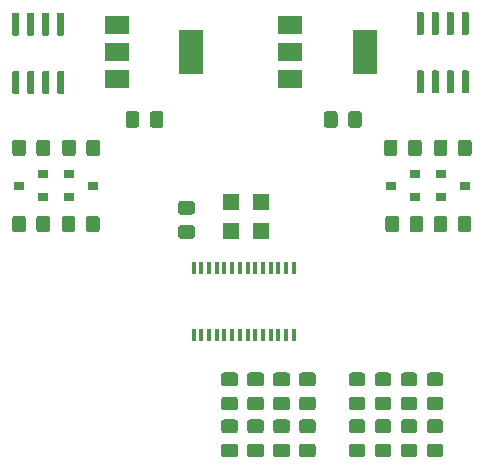
<source format=gbr>
G04 #@! TF.GenerationSoftware,KiCad,Pcbnew,5.1.5-52549c5~86~ubuntu19.04.1*
G04 #@! TF.CreationDate,2020-05-15T20:04:21+10:00*
G04 #@! TF.ProjectId,sid-board-v2,7369642d-626f-4617-9264-2d76322e6b69,rev?*
G04 #@! TF.SameCoordinates,Original*
G04 #@! TF.FileFunction,Paste,Top*
G04 #@! TF.FilePolarity,Positive*
%FSLAX46Y46*%
G04 Gerber Fmt 4.6, Leading zero omitted, Abs format (unit mm)*
G04 Created by KiCad (PCBNEW 5.1.5-52549c5~86~ubuntu19.04.1) date 2020-05-15 20:04:21*
%MOMM*%
%LPD*%
G04 APERTURE LIST*
%ADD10R,1.400000X1.400000*%
%ADD11R,0.400000X1.100000*%
%ADD12C,0.100000*%
%ADD13R,0.900000X0.800000*%
%ADD14R,2.000000X3.800000*%
%ADD15R,2.000000X1.500000*%
G04 APERTURE END LIST*
D10*
X101834000Y-102382000D03*
X101834000Y-104882000D03*
X99334000Y-104882000D03*
X99334000Y-102382000D03*
D11*
X104625000Y-107950000D03*
X103975000Y-107950000D03*
X103325000Y-107950000D03*
X102675000Y-107950000D03*
X102025000Y-107950000D03*
X101375000Y-107950000D03*
X100725000Y-107950000D03*
X100075000Y-107950000D03*
X99425000Y-107950000D03*
X98775000Y-107950000D03*
X98125000Y-107950000D03*
X97475000Y-107950000D03*
X96825000Y-107950000D03*
X96175000Y-107950000D03*
X96175000Y-113650000D03*
X96825000Y-113650000D03*
X97475000Y-113650000D03*
X98125000Y-113650000D03*
X98775000Y-113650000D03*
X99425000Y-113650000D03*
X100075000Y-113650000D03*
X100725000Y-113650000D03*
X101375000Y-113650000D03*
X102025000Y-113650000D03*
X102675000Y-113650000D03*
X103325000Y-113650000D03*
X103975000Y-113650000D03*
X104625000Y-113650000D03*
D12*
G36*
X108124505Y-94701204D02*
G01*
X108148773Y-94704804D01*
X108172572Y-94710765D01*
X108195671Y-94719030D01*
X108217850Y-94729520D01*
X108238893Y-94742132D01*
X108258599Y-94756747D01*
X108276777Y-94773223D01*
X108293253Y-94791401D01*
X108307868Y-94811107D01*
X108320480Y-94832150D01*
X108330970Y-94854329D01*
X108339235Y-94877428D01*
X108345196Y-94901227D01*
X108348796Y-94925495D01*
X108350000Y-94949999D01*
X108350000Y-95850001D01*
X108348796Y-95874505D01*
X108345196Y-95898773D01*
X108339235Y-95922572D01*
X108330970Y-95945671D01*
X108320480Y-95967850D01*
X108307868Y-95988893D01*
X108293253Y-96008599D01*
X108276777Y-96026777D01*
X108258599Y-96043253D01*
X108238893Y-96057868D01*
X108217850Y-96070480D01*
X108195671Y-96080970D01*
X108172572Y-96089235D01*
X108148773Y-96095196D01*
X108124505Y-96098796D01*
X108100001Y-96100000D01*
X107449999Y-96100000D01*
X107425495Y-96098796D01*
X107401227Y-96095196D01*
X107377428Y-96089235D01*
X107354329Y-96080970D01*
X107332150Y-96070480D01*
X107311107Y-96057868D01*
X107291401Y-96043253D01*
X107273223Y-96026777D01*
X107256747Y-96008599D01*
X107242132Y-95988893D01*
X107229520Y-95967850D01*
X107219030Y-95945671D01*
X107210765Y-95922572D01*
X107204804Y-95898773D01*
X107201204Y-95874505D01*
X107200000Y-95850001D01*
X107200000Y-94949999D01*
X107201204Y-94925495D01*
X107204804Y-94901227D01*
X107210765Y-94877428D01*
X107219030Y-94854329D01*
X107229520Y-94832150D01*
X107242132Y-94811107D01*
X107256747Y-94791401D01*
X107273223Y-94773223D01*
X107291401Y-94756747D01*
X107311107Y-94742132D01*
X107332150Y-94729520D01*
X107354329Y-94719030D01*
X107377428Y-94710765D01*
X107401227Y-94704804D01*
X107425495Y-94701204D01*
X107449999Y-94700000D01*
X108100001Y-94700000D01*
X108124505Y-94701204D01*
G37*
G36*
X110174505Y-94701204D02*
G01*
X110198773Y-94704804D01*
X110222572Y-94710765D01*
X110245671Y-94719030D01*
X110267850Y-94729520D01*
X110288893Y-94742132D01*
X110308599Y-94756747D01*
X110326777Y-94773223D01*
X110343253Y-94791401D01*
X110357868Y-94811107D01*
X110370480Y-94832150D01*
X110380970Y-94854329D01*
X110389235Y-94877428D01*
X110395196Y-94901227D01*
X110398796Y-94925495D01*
X110400000Y-94949999D01*
X110400000Y-95850001D01*
X110398796Y-95874505D01*
X110395196Y-95898773D01*
X110389235Y-95922572D01*
X110380970Y-95945671D01*
X110370480Y-95967850D01*
X110357868Y-95988893D01*
X110343253Y-96008599D01*
X110326777Y-96026777D01*
X110308599Y-96043253D01*
X110288893Y-96057868D01*
X110267850Y-96070480D01*
X110245671Y-96080970D01*
X110222572Y-96089235D01*
X110198773Y-96095196D01*
X110174505Y-96098796D01*
X110150001Y-96100000D01*
X109499999Y-96100000D01*
X109475495Y-96098796D01*
X109451227Y-96095196D01*
X109427428Y-96089235D01*
X109404329Y-96080970D01*
X109382150Y-96070480D01*
X109361107Y-96057868D01*
X109341401Y-96043253D01*
X109323223Y-96026777D01*
X109306747Y-96008599D01*
X109292132Y-95988893D01*
X109279520Y-95967850D01*
X109269030Y-95945671D01*
X109260765Y-95922572D01*
X109254804Y-95898773D01*
X109251204Y-95874505D01*
X109250000Y-95850001D01*
X109250000Y-94949999D01*
X109251204Y-94925495D01*
X109254804Y-94901227D01*
X109260765Y-94877428D01*
X109269030Y-94854329D01*
X109279520Y-94832150D01*
X109292132Y-94811107D01*
X109306747Y-94791401D01*
X109323223Y-94773223D01*
X109341401Y-94756747D01*
X109361107Y-94742132D01*
X109382150Y-94729520D01*
X109404329Y-94719030D01*
X109427428Y-94710765D01*
X109451227Y-94704804D01*
X109475495Y-94701204D01*
X109499999Y-94700000D01*
X110150001Y-94700000D01*
X110174505Y-94701204D01*
G37*
G36*
X93374505Y-94701204D02*
G01*
X93398773Y-94704804D01*
X93422572Y-94710765D01*
X93445671Y-94719030D01*
X93467850Y-94729520D01*
X93488893Y-94742132D01*
X93508599Y-94756747D01*
X93526777Y-94773223D01*
X93543253Y-94791401D01*
X93557868Y-94811107D01*
X93570480Y-94832150D01*
X93580970Y-94854329D01*
X93589235Y-94877428D01*
X93595196Y-94901227D01*
X93598796Y-94925495D01*
X93600000Y-94949999D01*
X93600000Y-95850001D01*
X93598796Y-95874505D01*
X93595196Y-95898773D01*
X93589235Y-95922572D01*
X93580970Y-95945671D01*
X93570480Y-95967850D01*
X93557868Y-95988893D01*
X93543253Y-96008599D01*
X93526777Y-96026777D01*
X93508599Y-96043253D01*
X93488893Y-96057868D01*
X93467850Y-96070480D01*
X93445671Y-96080970D01*
X93422572Y-96089235D01*
X93398773Y-96095196D01*
X93374505Y-96098796D01*
X93350001Y-96100000D01*
X92699999Y-96100000D01*
X92675495Y-96098796D01*
X92651227Y-96095196D01*
X92627428Y-96089235D01*
X92604329Y-96080970D01*
X92582150Y-96070480D01*
X92561107Y-96057868D01*
X92541401Y-96043253D01*
X92523223Y-96026777D01*
X92506747Y-96008599D01*
X92492132Y-95988893D01*
X92479520Y-95967850D01*
X92469030Y-95945671D01*
X92460765Y-95922572D01*
X92454804Y-95898773D01*
X92451204Y-95874505D01*
X92450000Y-95850001D01*
X92450000Y-94949999D01*
X92451204Y-94925495D01*
X92454804Y-94901227D01*
X92460765Y-94877428D01*
X92469030Y-94854329D01*
X92479520Y-94832150D01*
X92492132Y-94811107D01*
X92506747Y-94791401D01*
X92523223Y-94773223D01*
X92541401Y-94756747D01*
X92561107Y-94742132D01*
X92582150Y-94729520D01*
X92604329Y-94719030D01*
X92627428Y-94710765D01*
X92651227Y-94704804D01*
X92675495Y-94701204D01*
X92699999Y-94700000D01*
X93350001Y-94700000D01*
X93374505Y-94701204D01*
G37*
G36*
X91324505Y-94701204D02*
G01*
X91348773Y-94704804D01*
X91372572Y-94710765D01*
X91395671Y-94719030D01*
X91417850Y-94729520D01*
X91438893Y-94742132D01*
X91458599Y-94756747D01*
X91476777Y-94773223D01*
X91493253Y-94791401D01*
X91507868Y-94811107D01*
X91520480Y-94832150D01*
X91530970Y-94854329D01*
X91539235Y-94877428D01*
X91545196Y-94901227D01*
X91548796Y-94925495D01*
X91550000Y-94949999D01*
X91550000Y-95850001D01*
X91548796Y-95874505D01*
X91545196Y-95898773D01*
X91539235Y-95922572D01*
X91530970Y-95945671D01*
X91520480Y-95967850D01*
X91507868Y-95988893D01*
X91493253Y-96008599D01*
X91476777Y-96026777D01*
X91458599Y-96043253D01*
X91438893Y-96057868D01*
X91417850Y-96070480D01*
X91395671Y-96080970D01*
X91372572Y-96089235D01*
X91348773Y-96095196D01*
X91324505Y-96098796D01*
X91300001Y-96100000D01*
X90649999Y-96100000D01*
X90625495Y-96098796D01*
X90601227Y-96095196D01*
X90577428Y-96089235D01*
X90554329Y-96080970D01*
X90532150Y-96070480D01*
X90511107Y-96057868D01*
X90491401Y-96043253D01*
X90473223Y-96026777D01*
X90456747Y-96008599D01*
X90442132Y-95988893D01*
X90429520Y-95967850D01*
X90419030Y-95945671D01*
X90410765Y-95922572D01*
X90404804Y-95898773D01*
X90401204Y-95874505D01*
X90400000Y-95850001D01*
X90400000Y-94949999D01*
X90401204Y-94925495D01*
X90404804Y-94901227D01*
X90410765Y-94877428D01*
X90419030Y-94854329D01*
X90429520Y-94832150D01*
X90442132Y-94811107D01*
X90456747Y-94791401D01*
X90473223Y-94773223D01*
X90491401Y-94756747D01*
X90511107Y-94742132D01*
X90532150Y-94729520D01*
X90554329Y-94719030D01*
X90577428Y-94710765D01*
X90601227Y-94704804D01*
X90625495Y-94701204D01*
X90649999Y-94700000D01*
X91300001Y-94700000D01*
X91324505Y-94701204D01*
G37*
D13*
X83400000Y-101950000D03*
X83400000Y-100050000D03*
X81400000Y-101000000D03*
D12*
G36*
X96024505Y-102301204D02*
G01*
X96048773Y-102304804D01*
X96072572Y-102310765D01*
X96095671Y-102319030D01*
X96117850Y-102329520D01*
X96138893Y-102342132D01*
X96158599Y-102356747D01*
X96176777Y-102373223D01*
X96193253Y-102391401D01*
X96207868Y-102411107D01*
X96220480Y-102432150D01*
X96230970Y-102454329D01*
X96239235Y-102477428D01*
X96245196Y-102501227D01*
X96248796Y-102525495D01*
X96250000Y-102549999D01*
X96250000Y-103200001D01*
X96248796Y-103224505D01*
X96245196Y-103248773D01*
X96239235Y-103272572D01*
X96230970Y-103295671D01*
X96220480Y-103317850D01*
X96207868Y-103338893D01*
X96193253Y-103358599D01*
X96176777Y-103376777D01*
X96158599Y-103393253D01*
X96138893Y-103407868D01*
X96117850Y-103420480D01*
X96095671Y-103430970D01*
X96072572Y-103439235D01*
X96048773Y-103445196D01*
X96024505Y-103448796D01*
X96000001Y-103450000D01*
X95099999Y-103450000D01*
X95075495Y-103448796D01*
X95051227Y-103445196D01*
X95027428Y-103439235D01*
X95004329Y-103430970D01*
X94982150Y-103420480D01*
X94961107Y-103407868D01*
X94941401Y-103393253D01*
X94923223Y-103376777D01*
X94906747Y-103358599D01*
X94892132Y-103338893D01*
X94879520Y-103317850D01*
X94869030Y-103295671D01*
X94860765Y-103272572D01*
X94854804Y-103248773D01*
X94851204Y-103224505D01*
X94850000Y-103200001D01*
X94850000Y-102549999D01*
X94851204Y-102525495D01*
X94854804Y-102501227D01*
X94860765Y-102477428D01*
X94869030Y-102454329D01*
X94879520Y-102432150D01*
X94892132Y-102411107D01*
X94906747Y-102391401D01*
X94923223Y-102373223D01*
X94941401Y-102356747D01*
X94961107Y-102342132D01*
X94982150Y-102329520D01*
X95004329Y-102319030D01*
X95027428Y-102310765D01*
X95051227Y-102304804D01*
X95075495Y-102301204D01*
X95099999Y-102300000D01*
X96000001Y-102300000D01*
X96024505Y-102301204D01*
G37*
G36*
X96024505Y-104351204D02*
G01*
X96048773Y-104354804D01*
X96072572Y-104360765D01*
X96095671Y-104369030D01*
X96117850Y-104379520D01*
X96138893Y-104392132D01*
X96158599Y-104406747D01*
X96176777Y-104423223D01*
X96193253Y-104441401D01*
X96207868Y-104461107D01*
X96220480Y-104482150D01*
X96230970Y-104504329D01*
X96239235Y-104527428D01*
X96245196Y-104551227D01*
X96248796Y-104575495D01*
X96250000Y-104599999D01*
X96250000Y-105250001D01*
X96248796Y-105274505D01*
X96245196Y-105298773D01*
X96239235Y-105322572D01*
X96230970Y-105345671D01*
X96220480Y-105367850D01*
X96207868Y-105388893D01*
X96193253Y-105408599D01*
X96176777Y-105426777D01*
X96158599Y-105443253D01*
X96138893Y-105457868D01*
X96117850Y-105470480D01*
X96095671Y-105480970D01*
X96072572Y-105489235D01*
X96048773Y-105495196D01*
X96024505Y-105498796D01*
X96000001Y-105500000D01*
X95099999Y-105500000D01*
X95075495Y-105498796D01*
X95051227Y-105495196D01*
X95027428Y-105489235D01*
X95004329Y-105480970D01*
X94982150Y-105470480D01*
X94961107Y-105457868D01*
X94941401Y-105443253D01*
X94923223Y-105426777D01*
X94906747Y-105408599D01*
X94892132Y-105388893D01*
X94879520Y-105367850D01*
X94869030Y-105345671D01*
X94860765Y-105322572D01*
X94854804Y-105298773D01*
X94851204Y-105274505D01*
X94850000Y-105250001D01*
X94850000Y-104599999D01*
X94851204Y-104575495D01*
X94854804Y-104551227D01*
X94860765Y-104527428D01*
X94869030Y-104504329D01*
X94879520Y-104482150D01*
X94892132Y-104461107D01*
X94906747Y-104441401D01*
X94923223Y-104423223D01*
X94941401Y-104406747D01*
X94961107Y-104392132D01*
X94982150Y-104379520D01*
X95004329Y-104369030D01*
X95027428Y-104360765D01*
X95051227Y-104354804D01*
X95075495Y-104351204D01*
X95099999Y-104350000D01*
X96000001Y-104350000D01*
X96024505Y-104351204D01*
G37*
D14*
X95950000Y-89700000D03*
D15*
X89650000Y-89700000D03*
X89650000Y-92000000D03*
X89650000Y-87400000D03*
D12*
G36*
X115509703Y-91250722D02*
G01*
X115524264Y-91252882D01*
X115538543Y-91256459D01*
X115552403Y-91261418D01*
X115565710Y-91267712D01*
X115578336Y-91275280D01*
X115590159Y-91284048D01*
X115601066Y-91293934D01*
X115610952Y-91304841D01*
X115619720Y-91316664D01*
X115627288Y-91329290D01*
X115633582Y-91342597D01*
X115638541Y-91356457D01*
X115642118Y-91370736D01*
X115644278Y-91385297D01*
X115645000Y-91400000D01*
X115645000Y-93050000D01*
X115644278Y-93064703D01*
X115642118Y-93079264D01*
X115638541Y-93093543D01*
X115633582Y-93107403D01*
X115627288Y-93120710D01*
X115619720Y-93133336D01*
X115610952Y-93145159D01*
X115601066Y-93156066D01*
X115590159Y-93165952D01*
X115578336Y-93174720D01*
X115565710Y-93182288D01*
X115552403Y-93188582D01*
X115538543Y-93193541D01*
X115524264Y-93197118D01*
X115509703Y-93199278D01*
X115495000Y-93200000D01*
X115195000Y-93200000D01*
X115180297Y-93199278D01*
X115165736Y-93197118D01*
X115151457Y-93193541D01*
X115137597Y-93188582D01*
X115124290Y-93182288D01*
X115111664Y-93174720D01*
X115099841Y-93165952D01*
X115088934Y-93156066D01*
X115079048Y-93145159D01*
X115070280Y-93133336D01*
X115062712Y-93120710D01*
X115056418Y-93107403D01*
X115051459Y-93093543D01*
X115047882Y-93079264D01*
X115045722Y-93064703D01*
X115045000Y-93050000D01*
X115045000Y-91400000D01*
X115045722Y-91385297D01*
X115047882Y-91370736D01*
X115051459Y-91356457D01*
X115056418Y-91342597D01*
X115062712Y-91329290D01*
X115070280Y-91316664D01*
X115079048Y-91304841D01*
X115088934Y-91293934D01*
X115099841Y-91284048D01*
X115111664Y-91275280D01*
X115124290Y-91267712D01*
X115137597Y-91261418D01*
X115151457Y-91256459D01*
X115165736Y-91252882D01*
X115180297Y-91250722D01*
X115195000Y-91250000D01*
X115495000Y-91250000D01*
X115509703Y-91250722D01*
G37*
G36*
X116779703Y-91250722D02*
G01*
X116794264Y-91252882D01*
X116808543Y-91256459D01*
X116822403Y-91261418D01*
X116835710Y-91267712D01*
X116848336Y-91275280D01*
X116860159Y-91284048D01*
X116871066Y-91293934D01*
X116880952Y-91304841D01*
X116889720Y-91316664D01*
X116897288Y-91329290D01*
X116903582Y-91342597D01*
X116908541Y-91356457D01*
X116912118Y-91370736D01*
X116914278Y-91385297D01*
X116915000Y-91400000D01*
X116915000Y-93050000D01*
X116914278Y-93064703D01*
X116912118Y-93079264D01*
X116908541Y-93093543D01*
X116903582Y-93107403D01*
X116897288Y-93120710D01*
X116889720Y-93133336D01*
X116880952Y-93145159D01*
X116871066Y-93156066D01*
X116860159Y-93165952D01*
X116848336Y-93174720D01*
X116835710Y-93182288D01*
X116822403Y-93188582D01*
X116808543Y-93193541D01*
X116794264Y-93197118D01*
X116779703Y-93199278D01*
X116765000Y-93200000D01*
X116465000Y-93200000D01*
X116450297Y-93199278D01*
X116435736Y-93197118D01*
X116421457Y-93193541D01*
X116407597Y-93188582D01*
X116394290Y-93182288D01*
X116381664Y-93174720D01*
X116369841Y-93165952D01*
X116358934Y-93156066D01*
X116349048Y-93145159D01*
X116340280Y-93133336D01*
X116332712Y-93120710D01*
X116326418Y-93107403D01*
X116321459Y-93093543D01*
X116317882Y-93079264D01*
X116315722Y-93064703D01*
X116315000Y-93050000D01*
X116315000Y-91400000D01*
X116315722Y-91385297D01*
X116317882Y-91370736D01*
X116321459Y-91356457D01*
X116326418Y-91342597D01*
X116332712Y-91329290D01*
X116340280Y-91316664D01*
X116349048Y-91304841D01*
X116358934Y-91293934D01*
X116369841Y-91284048D01*
X116381664Y-91275280D01*
X116394290Y-91267712D01*
X116407597Y-91261418D01*
X116421457Y-91256459D01*
X116435736Y-91252882D01*
X116450297Y-91250722D01*
X116465000Y-91250000D01*
X116765000Y-91250000D01*
X116779703Y-91250722D01*
G37*
G36*
X118049703Y-91250722D02*
G01*
X118064264Y-91252882D01*
X118078543Y-91256459D01*
X118092403Y-91261418D01*
X118105710Y-91267712D01*
X118118336Y-91275280D01*
X118130159Y-91284048D01*
X118141066Y-91293934D01*
X118150952Y-91304841D01*
X118159720Y-91316664D01*
X118167288Y-91329290D01*
X118173582Y-91342597D01*
X118178541Y-91356457D01*
X118182118Y-91370736D01*
X118184278Y-91385297D01*
X118185000Y-91400000D01*
X118185000Y-93050000D01*
X118184278Y-93064703D01*
X118182118Y-93079264D01*
X118178541Y-93093543D01*
X118173582Y-93107403D01*
X118167288Y-93120710D01*
X118159720Y-93133336D01*
X118150952Y-93145159D01*
X118141066Y-93156066D01*
X118130159Y-93165952D01*
X118118336Y-93174720D01*
X118105710Y-93182288D01*
X118092403Y-93188582D01*
X118078543Y-93193541D01*
X118064264Y-93197118D01*
X118049703Y-93199278D01*
X118035000Y-93200000D01*
X117735000Y-93200000D01*
X117720297Y-93199278D01*
X117705736Y-93197118D01*
X117691457Y-93193541D01*
X117677597Y-93188582D01*
X117664290Y-93182288D01*
X117651664Y-93174720D01*
X117639841Y-93165952D01*
X117628934Y-93156066D01*
X117619048Y-93145159D01*
X117610280Y-93133336D01*
X117602712Y-93120710D01*
X117596418Y-93107403D01*
X117591459Y-93093543D01*
X117587882Y-93079264D01*
X117585722Y-93064703D01*
X117585000Y-93050000D01*
X117585000Y-91400000D01*
X117585722Y-91385297D01*
X117587882Y-91370736D01*
X117591459Y-91356457D01*
X117596418Y-91342597D01*
X117602712Y-91329290D01*
X117610280Y-91316664D01*
X117619048Y-91304841D01*
X117628934Y-91293934D01*
X117639841Y-91284048D01*
X117651664Y-91275280D01*
X117664290Y-91267712D01*
X117677597Y-91261418D01*
X117691457Y-91256459D01*
X117705736Y-91252882D01*
X117720297Y-91250722D01*
X117735000Y-91250000D01*
X118035000Y-91250000D01*
X118049703Y-91250722D01*
G37*
G36*
X119319703Y-91250722D02*
G01*
X119334264Y-91252882D01*
X119348543Y-91256459D01*
X119362403Y-91261418D01*
X119375710Y-91267712D01*
X119388336Y-91275280D01*
X119400159Y-91284048D01*
X119411066Y-91293934D01*
X119420952Y-91304841D01*
X119429720Y-91316664D01*
X119437288Y-91329290D01*
X119443582Y-91342597D01*
X119448541Y-91356457D01*
X119452118Y-91370736D01*
X119454278Y-91385297D01*
X119455000Y-91400000D01*
X119455000Y-93050000D01*
X119454278Y-93064703D01*
X119452118Y-93079264D01*
X119448541Y-93093543D01*
X119443582Y-93107403D01*
X119437288Y-93120710D01*
X119429720Y-93133336D01*
X119420952Y-93145159D01*
X119411066Y-93156066D01*
X119400159Y-93165952D01*
X119388336Y-93174720D01*
X119375710Y-93182288D01*
X119362403Y-93188582D01*
X119348543Y-93193541D01*
X119334264Y-93197118D01*
X119319703Y-93199278D01*
X119305000Y-93200000D01*
X119005000Y-93200000D01*
X118990297Y-93199278D01*
X118975736Y-93197118D01*
X118961457Y-93193541D01*
X118947597Y-93188582D01*
X118934290Y-93182288D01*
X118921664Y-93174720D01*
X118909841Y-93165952D01*
X118898934Y-93156066D01*
X118889048Y-93145159D01*
X118880280Y-93133336D01*
X118872712Y-93120710D01*
X118866418Y-93107403D01*
X118861459Y-93093543D01*
X118857882Y-93079264D01*
X118855722Y-93064703D01*
X118855000Y-93050000D01*
X118855000Y-91400000D01*
X118855722Y-91385297D01*
X118857882Y-91370736D01*
X118861459Y-91356457D01*
X118866418Y-91342597D01*
X118872712Y-91329290D01*
X118880280Y-91316664D01*
X118889048Y-91304841D01*
X118898934Y-91293934D01*
X118909841Y-91284048D01*
X118921664Y-91275280D01*
X118934290Y-91267712D01*
X118947597Y-91261418D01*
X118961457Y-91256459D01*
X118975736Y-91252882D01*
X118990297Y-91250722D01*
X119005000Y-91250000D01*
X119305000Y-91250000D01*
X119319703Y-91250722D01*
G37*
G36*
X119319703Y-86300722D02*
G01*
X119334264Y-86302882D01*
X119348543Y-86306459D01*
X119362403Y-86311418D01*
X119375710Y-86317712D01*
X119388336Y-86325280D01*
X119400159Y-86334048D01*
X119411066Y-86343934D01*
X119420952Y-86354841D01*
X119429720Y-86366664D01*
X119437288Y-86379290D01*
X119443582Y-86392597D01*
X119448541Y-86406457D01*
X119452118Y-86420736D01*
X119454278Y-86435297D01*
X119455000Y-86450000D01*
X119455000Y-88100000D01*
X119454278Y-88114703D01*
X119452118Y-88129264D01*
X119448541Y-88143543D01*
X119443582Y-88157403D01*
X119437288Y-88170710D01*
X119429720Y-88183336D01*
X119420952Y-88195159D01*
X119411066Y-88206066D01*
X119400159Y-88215952D01*
X119388336Y-88224720D01*
X119375710Y-88232288D01*
X119362403Y-88238582D01*
X119348543Y-88243541D01*
X119334264Y-88247118D01*
X119319703Y-88249278D01*
X119305000Y-88250000D01*
X119005000Y-88250000D01*
X118990297Y-88249278D01*
X118975736Y-88247118D01*
X118961457Y-88243541D01*
X118947597Y-88238582D01*
X118934290Y-88232288D01*
X118921664Y-88224720D01*
X118909841Y-88215952D01*
X118898934Y-88206066D01*
X118889048Y-88195159D01*
X118880280Y-88183336D01*
X118872712Y-88170710D01*
X118866418Y-88157403D01*
X118861459Y-88143543D01*
X118857882Y-88129264D01*
X118855722Y-88114703D01*
X118855000Y-88100000D01*
X118855000Y-86450000D01*
X118855722Y-86435297D01*
X118857882Y-86420736D01*
X118861459Y-86406457D01*
X118866418Y-86392597D01*
X118872712Y-86379290D01*
X118880280Y-86366664D01*
X118889048Y-86354841D01*
X118898934Y-86343934D01*
X118909841Y-86334048D01*
X118921664Y-86325280D01*
X118934290Y-86317712D01*
X118947597Y-86311418D01*
X118961457Y-86306459D01*
X118975736Y-86302882D01*
X118990297Y-86300722D01*
X119005000Y-86300000D01*
X119305000Y-86300000D01*
X119319703Y-86300722D01*
G37*
G36*
X118049703Y-86300722D02*
G01*
X118064264Y-86302882D01*
X118078543Y-86306459D01*
X118092403Y-86311418D01*
X118105710Y-86317712D01*
X118118336Y-86325280D01*
X118130159Y-86334048D01*
X118141066Y-86343934D01*
X118150952Y-86354841D01*
X118159720Y-86366664D01*
X118167288Y-86379290D01*
X118173582Y-86392597D01*
X118178541Y-86406457D01*
X118182118Y-86420736D01*
X118184278Y-86435297D01*
X118185000Y-86450000D01*
X118185000Y-88100000D01*
X118184278Y-88114703D01*
X118182118Y-88129264D01*
X118178541Y-88143543D01*
X118173582Y-88157403D01*
X118167288Y-88170710D01*
X118159720Y-88183336D01*
X118150952Y-88195159D01*
X118141066Y-88206066D01*
X118130159Y-88215952D01*
X118118336Y-88224720D01*
X118105710Y-88232288D01*
X118092403Y-88238582D01*
X118078543Y-88243541D01*
X118064264Y-88247118D01*
X118049703Y-88249278D01*
X118035000Y-88250000D01*
X117735000Y-88250000D01*
X117720297Y-88249278D01*
X117705736Y-88247118D01*
X117691457Y-88243541D01*
X117677597Y-88238582D01*
X117664290Y-88232288D01*
X117651664Y-88224720D01*
X117639841Y-88215952D01*
X117628934Y-88206066D01*
X117619048Y-88195159D01*
X117610280Y-88183336D01*
X117602712Y-88170710D01*
X117596418Y-88157403D01*
X117591459Y-88143543D01*
X117587882Y-88129264D01*
X117585722Y-88114703D01*
X117585000Y-88100000D01*
X117585000Y-86450000D01*
X117585722Y-86435297D01*
X117587882Y-86420736D01*
X117591459Y-86406457D01*
X117596418Y-86392597D01*
X117602712Y-86379290D01*
X117610280Y-86366664D01*
X117619048Y-86354841D01*
X117628934Y-86343934D01*
X117639841Y-86334048D01*
X117651664Y-86325280D01*
X117664290Y-86317712D01*
X117677597Y-86311418D01*
X117691457Y-86306459D01*
X117705736Y-86302882D01*
X117720297Y-86300722D01*
X117735000Y-86300000D01*
X118035000Y-86300000D01*
X118049703Y-86300722D01*
G37*
G36*
X116779703Y-86300722D02*
G01*
X116794264Y-86302882D01*
X116808543Y-86306459D01*
X116822403Y-86311418D01*
X116835710Y-86317712D01*
X116848336Y-86325280D01*
X116860159Y-86334048D01*
X116871066Y-86343934D01*
X116880952Y-86354841D01*
X116889720Y-86366664D01*
X116897288Y-86379290D01*
X116903582Y-86392597D01*
X116908541Y-86406457D01*
X116912118Y-86420736D01*
X116914278Y-86435297D01*
X116915000Y-86450000D01*
X116915000Y-88100000D01*
X116914278Y-88114703D01*
X116912118Y-88129264D01*
X116908541Y-88143543D01*
X116903582Y-88157403D01*
X116897288Y-88170710D01*
X116889720Y-88183336D01*
X116880952Y-88195159D01*
X116871066Y-88206066D01*
X116860159Y-88215952D01*
X116848336Y-88224720D01*
X116835710Y-88232288D01*
X116822403Y-88238582D01*
X116808543Y-88243541D01*
X116794264Y-88247118D01*
X116779703Y-88249278D01*
X116765000Y-88250000D01*
X116465000Y-88250000D01*
X116450297Y-88249278D01*
X116435736Y-88247118D01*
X116421457Y-88243541D01*
X116407597Y-88238582D01*
X116394290Y-88232288D01*
X116381664Y-88224720D01*
X116369841Y-88215952D01*
X116358934Y-88206066D01*
X116349048Y-88195159D01*
X116340280Y-88183336D01*
X116332712Y-88170710D01*
X116326418Y-88157403D01*
X116321459Y-88143543D01*
X116317882Y-88129264D01*
X116315722Y-88114703D01*
X116315000Y-88100000D01*
X116315000Y-86450000D01*
X116315722Y-86435297D01*
X116317882Y-86420736D01*
X116321459Y-86406457D01*
X116326418Y-86392597D01*
X116332712Y-86379290D01*
X116340280Y-86366664D01*
X116349048Y-86354841D01*
X116358934Y-86343934D01*
X116369841Y-86334048D01*
X116381664Y-86325280D01*
X116394290Y-86317712D01*
X116407597Y-86311418D01*
X116421457Y-86306459D01*
X116435736Y-86302882D01*
X116450297Y-86300722D01*
X116465000Y-86300000D01*
X116765000Y-86300000D01*
X116779703Y-86300722D01*
G37*
G36*
X115509703Y-86300722D02*
G01*
X115524264Y-86302882D01*
X115538543Y-86306459D01*
X115552403Y-86311418D01*
X115565710Y-86317712D01*
X115578336Y-86325280D01*
X115590159Y-86334048D01*
X115601066Y-86343934D01*
X115610952Y-86354841D01*
X115619720Y-86366664D01*
X115627288Y-86379290D01*
X115633582Y-86392597D01*
X115638541Y-86406457D01*
X115642118Y-86420736D01*
X115644278Y-86435297D01*
X115645000Y-86450000D01*
X115645000Y-88100000D01*
X115644278Y-88114703D01*
X115642118Y-88129264D01*
X115638541Y-88143543D01*
X115633582Y-88157403D01*
X115627288Y-88170710D01*
X115619720Y-88183336D01*
X115610952Y-88195159D01*
X115601066Y-88206066D01*
X115590159Y-88215952D01*
X115578336Y-88224720D01*
X115565710Y-88232288D01*
X115552403Y-88238582D01*
X115538543Y-88243541D01*
X115524264Y-88247118D01*
X115509703Y-88249278D01*
X115495000Y-88250000D01*
X115195000Y-88250000D01*
X115180297Y-88249278D01*
X115165736Y-88247118D01*
X115151457Y-88243541D01*
X115137597Y-88238582D01*
X115124290Y-88232288D01*
X115111664Y-88224720D01*
X115099841Y-88215952D01*
X115088934Y-88206066D01*
X115079048Y-88195159D01*
X115070280Y-88183336D01*
X115062712Y-88170710D01*
X115056418Y-88157403D01*
X115051459Y-88143543D01*
X115047882Y-88129264D01*
X115045722Y-88114703D01*
X115045000Y-88100000D01*
X115045000Y-86450000D01*
X115045722Y-86435297D01*
X115047882Y-86420736D01*
X115051459Y-86406457D01*
X115056418Y-86392597D01*
X115062712Y-86379290D01*
X115070280Y-86366664D01*
X115079048Y-86354841D01*
X115088934Y-86343934D01*
X115099841Y-86334048D01*
X115111664Y-86325280D01*
X115124290Y-86317712D01*
X115137597Y-86311418D01*
X115151457Y-86306459D01*
X115165736Y-86302882D01*
X115180297Y-86300722D01*
X115195000Y-86300000D01*
X115495000Y-86300000D01*
X115509703Y-86300722D01*
G37*
G36*
X81259703Y-91300722D02*
G01*
X81274264Y-91302882D01*
X81288543Y-91306459D01*
X81302403Y-91311418D01*
X81315710Y-91317712D01*
X81328336Y-91325280D01*
X81340159Y-91334048D01*
X81351066Y-91343934D01*
X81360952Y-91354841D01*
X81369720Y-91366664D01*
X81377288Y-91379290D01*
X81383582Y-91392597D01*
X81388541Y-91406457D01*
X81392118Y-91420736D01*
X81394278Y-91435297D01*
X81395000Y-91450000D01*
X81395000Y-93100000D01*
X81394278Y-93114703D01*
X81392118Y-93129264D01*
X81388541Y-93143543D01*
X81383582Y-93157403D01*
X81377288Y-93170710D01*
X81369720Y-93183336D01*
X81360952Y-93195159D01*
X81351066Y-93206066D01*
X81340159Y-93215952D01*
X81328336Y-93224720D01*
X81315710Y-93232288D01*
X81302403Y-93238582D01*
X81288543Y-93243541D01*
X81274264Y-93247118D01*
X81259703Y-93249278D01*
X81245000Y-93250000D01*
X80945000Y-93250000D01*
X80930297Y-93249278D01*
X80915736Y-93247118D01*
X80901457Y-93243541D01*
X80887597Y-93238582D01*
X80874290Y-93232288D01*
X80861664Y-93224720D01*
X80849841Y-93215952D01*
X80838934Y-93206066D01*
X80829048Y-93195159D01*
X80820280Y-93183336D01*
X80812712Y-93170710D01*
X80806418Y-93157403D01*
X80801459Y-93143543D01*
X80797882Y-93129264D01*
X80795722Y-93114703D01*
X80795000Y-93100000D01*
X80795000Y-91450000D01*
X80795722Y-91435297D01*
X80797882Y-91420736D01*
X80801459Y-91406457D01*
X80806418Y-91392597D01*
X80812712Y-91379290D01*
X80820280Y-91366664D01*
X80829048Y-91354841D01*
X80838934Y-91343934D01*
X80849841Y-91334048D01*
X80861664Y-91325280D01*
X80874290Y-91317712D01*
X80887597Y-91311418D01*
X80901457Y-91306459D01*
X80915736Y-91302882D01*
X80930297Y-91300722D01*
X80945000Y-91300000D01*
X81245000Y-91300000D01*
X81259703Y-91300722D01*
G37*
G36*
X82529703Y-91300722D02*
G01*
X82544264Y-91302882D01*
X82558543Y-91306459D01*
X82572403Y-91311418D01*
X82585710Y-91317712D01*
X82598336Y-91325280D01*
X82610159Y-91334048D01*
X82621066Y-91343934D01*
X82630952Y-91354841D01*
X82639720Y-91366664D01*
X82647288Y-91379290D01*
X82653582Y-91392597D01*
X82658541Y-91406457D01*
X82662118Y-91420736D01*
X82664278Y-91435297D01*
X82665000Y-91450000D01*
X82665000Y-93100000D01*
X82664278Y-93114703D01*
X82662118Y-93129264D01*
X82658541Y-93143543D01*
X82653582Y-93157403D01*
X82647288Y-93170710D01*
X82639720Y-93183336D01*
X82630952Y-93195159D01*
X82621066Y-93206066D01*
X82610159Y-93215952D01*
X82598336Y-93224720D01*
X82585710Y-93232288D01*
X82572403Y-93238582D01*
X82558543Y-93243541D01*
X82544264Y-93247118D01*
X82529703Y-93249278D01*
X82515000Y-93250000D01*
X82215000Y-93250000D01*
X82200297Y-93249278D01*
X82185736Y-93247118D01*
X82171457Y-93243541D01*
X82157597Y-93238582D01*
X82144290Y-93232288D01*
X82131664Y-93224720D01*
X82119841Y-93215952D01*
X82108934Y-93206066D01*
X82099048Y-93195159D01*
X82090280Y-93183336D01*
X82082712Y-93170710D01*
X82076418Y-93157403D01*
X82071459Y-93143543D01*
X82067882Y-93129264D01*
X82065722Y-93114703D01*
X82065000Y-93100000D01*
X82065000Y-91450000D01*
X82065722Y-91435297D01*
X82067882Y-91420736D01*
X82071459Y-91406457D01*
X82076418Y-91392597D01*
X82082712Y-91379290D01*
X82090280Y-91366664D01*
X82099048Y-91354841D01*
X82108934Y-91343934D01*
X82119841Y-91334048D01*
X82131664Y-91325280D01*
X82144290Y-91317712D01*
X82157597Y-91311418D01*
X82171457Y-91306459D01*
X82185736Y-91302882D01*
X82200297Y-91300722D01*
X82215000Y-91300000D01*
X82515000Y-91300000D01*
X82529703Y-91300722D01*
G37*
G36*
X83799703Y-91300722D02*
G01*
X83814264Y-91302882D01*
X83828543Y-91306459D01*
X83842403Y-91311418D01*
X83855710Y-91317712D01*
X83868336Y-91325280D01*
X83880159Y-91334048D01*
X83891066Y-91343934D01*
X83900952Y-91354841D01*
X83909720Y-91366664D01*
X83917288Y-91379290D01*
X83923582Y-91392597D01*
X83928541Y-91406457D01*
X83932118Y-91420736D01*
X83934278Y-91435297D01*
X83935000Y-91450000D01*
X83935000Y-93100000D01*
X83934278Y-93114703D01*
X83932118Y-93129264D01*
X83928541Y-93143543D01*
X83923582Y-93157403D01*
X83917288Y-93170710D01*
X83909720Y-93183336D01*
X83900952Y-93195159D01*
X83891066Y-93206066D01*
X83880159Y-93215952D01*
X83868336Y-93224720D01*
X83855710Y-93232288D01*
X83842403Y-93238582D01*
X83828543Y-93243541D01*
X83814264Y-93247118D01*
X83799703Y-93249278D01*
X83785000Y-93250000D01*
X83485000Y-93250000D01*
X83470297Y-93249278D01*
X83455736Y-93247118D01*
X83441457Y-93243541D01*
X83427597Y-93238582D01*
X83414290Y-93232288D01*
X83401664Y-93224720D01*
X83389841Y-93215952D01*
X83378934Y-93206066D01*
X83369048Y-93195159D01*
X83360280Y-93183336D01*
X83352712Y-93170710D01*
X83346418Y-93157403D01*
X83341459Y-93143543D01*
X83337882Y-93129264D01*
X83335722Y-93114703D01*
X83335000Y-93100000D01*
X83335000Y-91450000D01*
X83335722Y-91435297D01*
X83337882Y-91420736D01*
X83341459Y-91406457D01*
X83346418Y-91392597D01*
X83352712Y-91379290D01*
X83360280Y-91366664D01*
X83369048Y-91354841D01*
X83378934Y-91343934D01*
X83389841Y-91334048D01*
X83401664Y-91325280D01*
X83414290Y-91317712D01*
X83427597Y-91311418D01*
X83441457Y-91306459D01*
X83455736Y-91302882D01*
X83470297Y-91300722D01*
X83485000Y-91300000D01*
X83785000Y-91300000D01*
X83799703Y-91300722D01*
G37*
G36*
X85069703Y-91300722D02*
G01*
X85084264Y-91302882D01*
X85098543Y-91306459D01*
X85112403Y-91311418D01*
X85125710Y-91317712D01*
X85138336Y-91325280D01*
X85150159Y-91334048D01*
X85161066Y-91343934D01*
X85170952Y-91354841D01*
X85179720Y-91366664D01*
X85187288Y-91379290D01*
X85193582Y-91392597D01*
X85198541Y-91406457D01*
X85202118Y-91420736D01*
X85204278Y-91435297D01*
X85205000Y-91450000D01*
X85205000Y-93100000D01*
X85204278Y-93114703D01*
X85202118Y-93129264D01*
X85198541Y-93143543D01*
X85193582Y-93157403D01*
X85187288Y-93170710D01*
X85179720Y-93183336D01*
X85170952Y-93195159D01*
X85161066Y-93206066D01*
X85150159Y-93215952D01*
X85138336Y-93224720D01*
X85125710Y-93232288D01*
X85112403Y-93238582D01*
X85098543Y-93243541D01*
X85084264Y-93247118D01*
X85069703Y-93249278D01*
X85055000Y-93250000D01*
X84755000Y-93250000D01*
X84740297Y-93249278D01*
X84725736Y-93247118D01*
X84711457Y-93243541D01*
X84697597Y-93238582D01*
X84684290Y-93232288D01*
X84671664Y-93224720D01*
X84659841Y-93215952D01*
X84648934Y-93206066D01*
X84639048Y-93195159D01*
X84630280Y-93183336D01*
X84622712Y-93170710D01*
X84616418Y-93157403D01*
X84611459Y-93143543D01*
X84607882Y-93129264D01*
X84605722Y-93114703D01*
X84605000Y-93100000D01*
X84605000Y-91450000D01*
X84605722Y-91435297D01*
X84607882Y-91420736D01*
X84611459Y-91406457D01*
X84616418Y-91392597D01*
X84622712Y-91379290D01*
X84630280Y-91366664D01*
X84639048Y-91354841D01*
X84648934Y-91343934D01*
X84659841Y-91334048D01*
X84671664Y-91325280D01*
X84684290Y-91317712D01*
X84697597Y-91311418D01*
X84711457Y-91306459D01*
X84725736Y-91302882D01*
X84740297Y-91300722D01*
X84755000Y-91300000D01*
X85055000Y-91300000D01*
X85069703Y-91300722D01*
G37*
G36*
X85069703Y-86350722D02*
G01*
X85084264Y-86352882D01*
X85098543Y-86356459D01*
X85112403Y-86361418D01*
X85125710Y-86367712D01*
X85138336Y-86375280D01*
X85150159Y-86384048D01*
X85161066Y-86393934D01*
X85170952Y-86404841D01*
X85179720Y-86416664D01*
X85187288Y-86429290D01*
X85193582Y-86442597D01*
X85198541Y-86456457D01*
X85202118Y-86470736D01*
X85204278Y-86485297D01*
X85205000Y-86500000D01*
X85205000Y-88150000D01*
X85204278Y-88164703D01*
X85202118Y-88179264D01*
X85198541Y-88193543D01*
X85193582Y-88207403D01*
X85187288Y-88220710D01*
X85179720Y-88233336D01*
X85170952Y-88245159D01*
X85161066Y-88256066D01*
X85150159Y-88265952D01*
X85138336Y-88274720D01*
X85125710Y-88282288D01*
X85112403Y-88288582D01*
X85098543Y-88293541D01*
X85084264Y-88297118D01*
X85069703Y-88299278D01*
X85055000Y-88300000D01*
X84755000Y-88300000D01*
X84740297Y-88299278D01*
X84725736Y-88297118D01*
X84711457Y-88293541D01*
X84697597Y-88288582D01*
X84684290Y-88282288D01*
X84671664Y-88274720D01*
X84659841Y-88265952D01*
X84648934Y-88256066D01*
X84639048Y-88245159D01*
X84630280Y-88233336D01*
X84622712Y-88220710D01*
X84616418Y-88207403D01*
X84611459Y-88193543D01*
X84607882Y-88179264D01*
X84605722Y-88164703D01*
X84605000Y-88150000D01*
X84605000Y-86500000D01*
X84605722Y-86485297D01*
X84607882Y-86470736D01*
X84611459Y-86456457D01*
X84616418Y-86442597D01*
X84622712Y-86429290D01*
X84630280Y-86416664D01*
X84639048Y-86404841D01*
X84648934Y-86393934D01*
X84659841Y-86384048D01*
X84671664Y-86375280D01*
X84684290Y-86367712D01*
X84697597Y-86361418D01*
X84711457Y-86356459D01*
X84725736Y-86352882D01*
X84740297Y-86350722D01*
X84755000Y-86350000D01*
X85055000Y-86350000D01*
X85069703Y-86350722D01*
G37*
G36*
X83799703Y-86350722D02*
G01*
X83814264Y-86352882D01*
X83828543Y-86356459D01*
X83842403Y-86361418D01*
X83855710Y-86367712D01*
X83868336Y-86375280D01*
X83880159Y-86384048D01*
X83891066Y-86393934D01*
X83900952Y-86404841D01*
X83909720Y-86416664D01*
X83917288Y-86429290D01*
X83923582Y-86442597D01*
X83928541Y-86456457D01*
X83932118Y-86470736D01*
X83934278Y-86485297D01*
X83935000Y-86500000D01*
X83935000Y-88150000D01*
X83934278Y-88164703D01*
X83932118Y-88179264D01*
X83928541Y-88193543D01*
X83923582Y-88207403D01*
X83917288Y-88220710D01*
X83909720Y-88233336D01*
X83900952Y-88245159D01*
X83891066Y-88256066D01*
X83880159Y-88265952D01*
X83868336Y-88274720D01*
X83855710Y-88282288D01*
X83842403Y-88288582D01*
X83828543Y-88293541D01*
X83814264Y-88297118D01*
X83799703Y-88299278D01*
X83785000Y-88300000D01*
X83485000Y-88300000D01*
X83470297Y-88299278D01*
X83455736Y-88297118D01*
X83441457Y-88293541D01*
X83427597Y-88288582D01*
X83414290Y-88282288D01*
X83401664Y-88274720D01*
X83389841Y-88265952D01*
X83378934Y-88256066D01*
X83369048Y-88245159D01*
X83360280Y-88233336D01*
X83352712Y-88220710D01*
X83346418Y-88207403D01*
X83341459Y-88193543D01*
X83337882Y-88179264D01*
X83335722Y-88164703D01*
X83335000Y-88150000D01*
X83335000Y-86500000D01*
X83335722Y-86485297D01*
X83337882Y-86470736D01*
X83341459Y-86456457D01*
X83346418Y-86442597D01*
X83352712Y-86429290D01*
X83360280Y-86416664D01*
X83369048Y-86404841D01*
X83378934Y-86393934D01*
X83389841Y-86384048D01*
X83401664Y-86375280D01*
X83414290Y-86367712D01*
X83427597Y-86361418D01*
X83441457Y-86356459D01*
X83455736Y-86352882D01*
X83470297Y-86350722D01*
X83485000Y-86350000D01*
X83785000Y-86350000D01*
X83799703Y-86350722D01*
G37*
G36*
X82529703Y-86350722D02*
G01*
X82544264Y-86352882D01*
X82558543Y-86356459D01*
X82572403Y-86361418D01*
X82585710Y-86367712D01*
X82598336Y-86375280D01*
X82610159Y-86384048D01*
X82621066Y-86393934D01*
X82630952Y-86404841D01*
X82639720Y-86416664D01*
X82647288Y-86429290D01*
X82653582Y-86442597D01*
X82658541Y-86456457D01*
X82662118Y-86470736D01*
X82664278Y-86485297D01*
X82665000Y-86500000D01*
X82665000Y-88150000D01*
X82664278Y-88164703D01*
X82662118Y-88179264D01*
X82658541Y-88193543D01*
X82653582Y-88207403D01*
X82647288Y-88220710D01*
X82639720Y-88233336D01*
X82630952Y-88245159D01*
X82621066Y-88256066D01*
X82610159Y-88265952D01*
X82598336Y-88274720D01*
X82585710Y-88282288D01*
X82572403Y-88288582D01*
X82558543Y-88293541D01*
X82544264Y-88297118D01*
X82529703Y-88299278D01*
X82515000Y-88300000D01*
X82215000Y-88300000D01*
X82200297Y-88299278D01*
X82185736Y-88297118D01*
X82171457Y-88293541D01*
X82157597Y-88288582D01*
X82144290Y-88282288D01*
X82131664Y-88274720D01*
X82119841Y-88265952D01*
X82108934Y-88256066D01*
X82099048Y-88245159D01*
X82090280Y-88233336D01*
X82082712Y-88220710D01*
X82076418Y-88207403D01*
X82071459Y-88193543D01*
X82067882Y-88179264D01*
X82065722Y-88164703D01*
X82065000Y-88150000D01*
X82065000Y-86500000D01*
X82065722Y-86485297D01*
X82067882Y-86470736D01*
X82071459Y-86456457D01*
X82076418Y-86442597D01*
X82082712Y-86429290D01*
X82090280Y-86416664D01*
X82099048Y-86404841D01*
X82108934Y-86393934D01*
X82119841Y-86384048D01*
X82131664Y-86375280D01*
X82144290Y-86367712D01*
X82157597Y-86361418D01*
X82171457Y-86356459D01*
X82185736Y-86352882D01*
X82200297Y-86350722D01*
X82215000Y-86350000D01*
X82515000Y-86350000D01*
X82529703Y-86350722D01*
G37*
G36*
X81259703Y-86350722D02*
G01*
X81274264Y-86352882D01*
X81288543Y-86356459D01*
X81302403Y-86361418D01*
X81315710Y-86367712D01*
X81328336Y-86375280D01*
X81340159Y-86384048D01*
X81351066Y-86393934D01*
X81360952Y-86404841D01*
X81369720Y-86416664D01*
X81377288Y-86429290D01*
X81383582Y-86442597D01*
X81388541Y-86456457D01*
X81392118Y-86470736D01*
X81394278Y-86485297D01*
X81395000Y-86500000D01*
X81395000Y-88150000D01*
X81394278Y-88164703D01*
X81392118Y-88179264D01*
X81388541Y-88193543D01*
X81383582Y-88207403D01*
X81377288Y-88220710D01*
X81369720Y-88233336D01*
X81360952Y-88245159D01*
X81351066Y-88256066D01*
X81340159Y-88265952D01*
X81328336Y-88274720D01*
X81315710Y-88282288D01*
X81302403Y-88288582D01*
X81288543Y-88293541D01*
X81274264Y-88297118D01*
X81259703Y-88299278D01*
X81245000Y-88300000D01*
X80945000Y-88300000D01*
X80930297Y-88299278D01*
X80915736Y-88297118D01*
X80901457Y-88293541D01*
X80887597Y-88288582D01*
X80874290Y-88282288D01*
X80861664Y-88274720D01*
X80849841Y-88265952D01*
X80838934Y-88256066D01*
X80829048Y-88245159D01*
X80820280Y-88233336D01*
X80812712Y-88220710D01*
X80806418Y-88207403D01*
X80801459Y-88193543D01*
X80797882Y-88179264D01*
X80795722Y-88164703D01*
X80795000Y-88150000D01*
X80795000Y-86500000D01*
X80795722Y-86485297D01*
X80797882Y-86470736D01*
X80801459Y-86456457D01*
X80806418Y-86442597D01*
X80812712Y-86429290D01*
X80820280Y-86416664D01*
X80829048Y-86404841D01*
X80838934Y-86393934D01*
X80849841Y-86384048D01*
X80861664Y-86375280D01*
X80874290Y-86367712D01*
X80887597Y-86361418D01*
X80901457Y-86356459D01*
X80915736Y-86352882D01*
X80930297Y-86350722D01*
X80945000Y-86350000D01*
X81245000Y-86350000D01*
X81259703Y-86350722D01*
G37*
D15*
X104350000Y-87400000D03*
X104350000Y-92000000D03*
X104350000Y-89700000D03*
D14*
X110650000Y-89700000D03*
D12*
G36*
X117074505Y-120801204D02*
G01*
X117098773Y-120804804D01*
X117122572Y-120810765D01*
X117145671Y-120819030D01*
X117167850Y-120829520D01*
X117188893Y-120842132D01*
X117208599Y-120856747D01*
X117226777Y-120873223D01*
X117243253Y-120891401D01*
X117257868Y-120911107D01*
X117270480Y-120932150D01*
X117280970Y-120954329D01*
X117289235Y-120977428D01*
X117295196Y-121001227D01*
X117298796Y-121025495D01*
X117300000Y-121049999D01*
X117300000Y-121700001D01*
X117298796Y-121724505D01*
X117295196Y-121748773D01*
X117289235Y-121772572D01*
X117280970Y-121795671D01*
X117270480Y-121817850D01*
X117257868Y-121838893D01*
X117243253Y-121858599D01*
X117226777Y-121876777D01*
X117208599Y-121893253D01*
X117188893Y-121907868D01*
X117167850Y-121920480D01*
X117145671Y-121930970D01*
X117122572Y-121939235D01*
X117098773Y-121945196D01*
X117074505Y-121948796D01*
X117050001Y-121950000D01*
X116149999Y-121950000D01*
X116125495Y-121948796D01*
X116101227Y-121945196D01*
X116077428Y-121939235D01*
X116054329Y-121930970D01*
X116032150Y-121920480D01*
X116011107Y-121907868D01*
X115991401Y-121893253D01*
X115973223Y-121876777D01*
X115956747Y-121858599D01*
X115942132Y-121838893D01*
X115929520Y-121817850D01*
X115919030Y-121795671D01*
X115910765Y-121772572D01*
X115904804Y-121748773D01*
X115901204Y-121724505D01*
X115900000Y-121700001D01*
X115900000Y-121049999D01*
X115901204Y-121025495D01*
X115904804Y-121001227D01*
X115910765Y-120977428D01*
X115919030Y-120954329D01*
X115929520Y-120932150D01*
X115942132Y-120911107D01*
X115956747Y-120891401D01*
X115973223Y-120873223D01*
X115991401Y-120856747D01*
X116011107Y-120842132D01*
X116032150Y-120829520D01*
X116054329Y-120819030D01*
X116077428Y-120810765D01*
X116101227Y-120804804D01*
X116125495Y-120801204D01*
X116149999Y-120800000D01*
X117050001Y-120800000D01*
X117074505Y-120801204D01*
G37*
G36*
X117074505Y-122851204D02*
G01*
X117098773Y-122854804D01*
X117122572Y-122860765D01*
X117145671Y-122869030D01*
X117167850Y-122879520D01*
X117188893Y-122892132D01*
X117208599Y-122906747D01*
X117226777Y-122923223D01*
X117243253Y-122941401D01*
X117257868Y-122961107D01*
X117270480Y-122982150D01*
X117280970Y-123004329D01*
X117289235Y-123027428D01*
X117295196Y-123051227D01*
X117298796Y-123075495D01*
X117300000Y-123099999D01*
X117300000Y-123750001D01*
X117298796Y-123774505D01*
X117295196Y-123798773D01*
X117289235Y-123822572D01*
X117280970Y-123845671D01*
X117270480Y-123867850D01*
X117257868Y-123888893D01*
X117243253Y-123908599D01*
X117226777Y-123926777D01*
X117208599Y-123943253D01*
X117188893Y-123957868D01*
X117167850Y-123970480D01*
X117145671Y-123980970D01*
X117122572Y-123989235D01*
X117098773Y-123995196D01*
X117074505Y-123998796D01*
X117050001Y-124000000D01*
X116149999Y-124000000D01*
X116125495Y-123998796D01*
X116101227Y-123995196D01*
X116077428Y-123989235D01*
X116054329Y-123980970D01*
X116032150Y-123970480D01*
X116011107Y-123957868D01*
X115991401Y-123943253D01*
X115973223Y-123926777D01*
X115956747Y-123908599D01*
X115942132Y-123888893D01*
X115929520Y-123867850D01*
X115919030Y-123845671D01*
X115910765Y-123822572D01*
X115904804Y-123798773D01*
X115901204Y-123774505D01*
X115900000Y-123750001D01*
X115900000Y-123099999D01*
X115901204Y-123075495D01*
X115904804Y-123051227D01*
X115910765Y-123027428D01*
X115919030Y-123004329D01*
X115929520Y-122982150D01*
X115942132Y-122961107D01*
X115956747Y-122941401D01*
X115973223Y-122923223D01*
X115991401Y-122906747D01*
X116011107Y-122892132D01*
X116032150Y-122879520D01*
X116054329Y-122869030D01*
X116077428Y-122860765D01*
X116101227Y-122854804D01*
X116125495Y-122851204D01*
X116149999Y-122850000D01*
X117050001Y-122850000D01*
X117074505Y-122851204D01*
G37*
G36*
X114874505Y-122851204D02*
G01*
X114898773Y-122854804D01*
X114922572Y-122860765D01*
X114945671Y-122869030D01*
X114967850Y-122879520D01*
X114988893Y-122892132D01*
X115008599Y-122906747D01*
X115026777Y-122923223D01*
X115043253Y-122941401D01*
X115057868Y-122961107D01*
X115070480Y-122982150D01*
X115080970Y-123004329D01*
X115089235Y-123027428D01*
X115095196Y-123051227D01*
X115098796Y-123075495D01*
X115100000Y-123099999D01*
X115100000Y-123750001D01*
X115098796Y-123774505D01*
X115095196Y-123798773D01*
X115089235Y-123822572D01*
X115080970Y-123845671D01*
X115070480Y-123867850D01*
X115057868Y-123888893D01*
X115043253Y-123908599D01*
X115026777Y-123926777D01*
X115008599Y-123943253D01*
X114988893Y-123957868D01*
X114967850Y-123970480D01*
X114945671Y-123980970D01*
X114922572Y-123989235D01*
X114898773Y-123995196D01*
X114874505Y-123998796D01*
X114850001Y-124000000D01*
X113949999Y-124000000D01*
X113925495Y-123998796D01*
X113901227Y-123995196D01*
X113877428Y-123989235D01*
X113854329Y-123980970D01*
X113832150Y-123970480D01*
X113811107Y-123957868D01*
X113791401Y-123943253D01*
X113773223Y-123926777D01*
X113756747Y-123908599D01*
X113742132Y-123888893D01*
X113729520Y-123867850D01*
X113719030Y-123845671D01*
X113710765Y-123822572D01*
X113704804Y-123798773D01*
X113701204Y-123774505D01*
X113700000Y-123750001D01*
X113700000Y-123099999D01*
X113701204Y-123075495D01*
X113704804Y-123051227D01*
X113710765Y-123027428D01*
X113719030Y-123004329D01*
X113729520Y-122982150D01*
X113742132Y-122961107D01*
X113756747Y-122941401D01*
X113773223Y-122923223D01*
X113791401Y-122906747D01*
X113811107Y-122892132D01*
X113832150Y-122879520D01*
X113854329Y-122869030D01*
X113877428Y-122860765D01*
X113901227Y-122854804D01*
X113925495Y-122851204D01*
X113949999Y-122850000D01*
X114850001Y-122850000D01*
X114874505Y-122851204D01*
G37*
G36*
X114874505Y-120801204D02*
G01*
X114898773Y-120804804D01*
X114922572Y-120810765D01*
X114945671Y-120819030D01*
X114967850Y-120829520D01*
X114988893Y-120842132D01*
X115008599Y-120856747D01*
X115026777Y-120873223D01*
X115043253Y-120891401D01*
X115057868Y-120911107D01*
X115070480Y-120932150D01*
X115080970Y-120954329D01*
X115089235Y-120977428D01*
X115095196Y-121001227D01*
X115098796Y-121025495D01*
X115100000Y-121049999D01*
X115100000Y-121700001D01*
X115098796Y-121724505D01*
X115095196Y-121748773D01*
X115089235Y-121772572D01*
X115080970Y-121795671D01*
X115070480Y-121817850D01*
X115057868Y-121838893D01*
X115043253Y-121858599D01*
X115026777Y-121876777D01*
X115008599Y-121893253D01*
X114988893Y-121907868D01*
X114967850Y-121920480D01*
X114945671Y-121930970D01*
X114922572Y-121939235D01*
X114898773Y-121945196D01*
X114874505Y-121948796D01*
X114850001Y-121950000D01*
X113949999Y-121950000D01*
X113925495Y-121948796D01*
X113901227Y-121945196D01*
X113877428Y-121939235D01*
X113854329Y-121930970D01*
X113832150Y-121920480D01*
X113811107Y-121907868D01*
X113791401Y-121893253D01*
X113773223Y-121876777D01*
X113756747Y-121858599D01*
X113742132Y-121838893D01*
X113729520Y-121817850D01*
X113719030Y-121795671D01*
X113710765Y-121772572D01*
X113704804Y-121748773D01*
X113701204Y-121724505D01*
X113700000Y-121700001D01*
X113700000Y-121049999D01*
X113701204Y-121025495D01*
X113704804Y-121001227D01*
X113710765Y-120977428D01*
X113719030Y-120954329D01*
X113729520Y-120932150D01*
X113742132Y-120911107D01*
X113756747Y-120891401D01*
X113773223Y-120873223D01*
X113791401Y-120856747D01*
X113811107Y-120842132D01*
X113832150Y-120829520D01*
X113854329Y-120819030D01*
X113877428Y-120810765D01*
X113901227Y-120804804D01*
X113925495Y-120801204D01*
X113949999Y-120800000D01*
X114850001Y-120800000D01*
X114874505Y-120801204D01*
G37*
G36*
X112674505Y-120801204D02*
G01*
X112698773Y-120804804D01*
X112722572Y-120810765D01*
X112745671Y-120819030D01*
X112767850Y-120829520D01*
X112788893Y-120842132D01*
X112808599Y-120856747D01*
X112826777Y-120873223D01*
X112843253Y-120891401D01*
X112857868Y-120911107D01*
X112870480Y-120932150D01*
X112880970Y-120954329D01*
X112889235Y-120977428D01*
X112895196Y-121001227D01*
X112898796Y-121025495D01*
X112900000Y-121049999D01*
X112900000Y-121700001D01*
X112898796Y-121724505D01*
X112895196Y-121748773D01*
X112889235Y-121772572D01*
X112880970Y-121795671D01*
X112870480Y-121817850D01*
X112857868Y-121838893D01*
X112843253Y-121858599D01*
X112826777Y-121876777D01*
X112808599Y-121893253D01*
X112788893Y-121907868D01*
X112767850Y-121920480D01*
X112745671Y-121930970D01*
X112722572Y-121939235D01*
X112698773Y-121945196D01*
X112674505Y-121948796D01*
X112650001Y-121950000D01*
X111749999Y-121950000D01*
X111725495Y-121948796D01*
X111701227Y-121945196D01*
X111677428Y-121939235D01*
X111654329Y-121930970D01*
X111632150Y-121920480D01*
X111611107Y-121907868D01*
X111591401Y-121893253D01*
X111573223Y-121876777D01*
X111556747Y-121858599D01*
X111542132Y-121838893D01*
X111529520Y-121817850D01*
X111519030Y-121795671D01*
X111510765Y-121772572D01*
X111504804Y-121748773D01*
X111501204Y-121724505D01*
X111500000Y-121700001D01*
X111500000Y-121049999D01*
X111501204Y-121025495D01*
X111504804Y-121001227D01*
X111510765Y-120977428D01*
X111519030Y-120954329D01*
X111529520Y-120932150D01*
X111542132Y-120911107D01*
X111556747Y-120891401D01*
X111573223Y-120873223D01*
X111591401Y-120856747D01*
X111611107Y-120842132D01*
X111632150Y-120829520D01*
X111654329Y-120819030D01*
X111677428Y-120810765D01*
X111701227Y-120804804D01*
X111725495Y-120801204D01*
X111749999Y-120800000D01*
X112650001Y-120800000D01*
X112674505Y-120801204D01*
G37*
G36*
X112674505Y-122851204D02*
G01*
X112698773Y-122854804D01*
X112722572Y-122860765D01*
X112745671Y-122869030D01*
X112767850Y-122879520D01*
X112788893Y-122892132D01*
X112808599Y-122906747D01*
X112826777Y-122923223D01*
X112843253Y-122941401D01*
X112857868Y-122961107D01*
X112870480Y-122982150D01*
X112880970Y-123004329D01*
X112889235Y-123027428D01*
X112895196Y-123051227D01*
X112898796Y-123075495D01*
X112900000Y-123099999D01*
X112900000Y-123750001D01*
X112898796Y-123774505D01*
X112895196Y-123798773D01*
X112889235Y-123822572D01*
X112880970Y-123845671D01*
X112870480Y-123867850D01*
X112857868Y-123888893D01*
X112843253Y-123908599D01*
X112826777Y-123926777D01*
X112808599Y-123943253D01*
X112788893Y-123957868D01*
X112767850Y-123970480D01*
X112745671Y-123980970D01*
X112722572Y-123989235D01*
X112698773Y-123995196D01*
X112674505Y-123998796D01*
X112650001Y-124000000D01*
X111749999Y-124000000D01*
X111725495Y-123998796D01*
X111701227Y-123995196D01*
X111677428Y-123989235D01*
X111654329Y-123980970D01*
X111632150Y-123970480D01*
X111611107Y-123957868D01*
X111591401Y-123943253D01*
X111573223Y-123926777D01*
X111556747Y-123908599D01*
X111542132Y-123888893D01*
X111529520Y-123867850D01*
X111519030Y-123845671D01*
X111510765Y-123822572D01*
X111504804Y-123798773D01*
X111501204Y-123774505D01*
X111500000Y-123750001D01*
X111500000Y-123099999D01*
X111501204Y-123075495D01*
X111504804Y-123051227D01*
X111510765Y-123027428D01*
X111519030Y-123004329D01*
X111529520Y-122982150D01*
X111542132Y-122961107D01*
X111556747Y-122941401D01*
X111573223Y-122923223D01*
X111591401Y-122906747D01*
X111611107Y-122892132D01*
X111632150Y-122879520D01*
X111654329Y-122869030D01*
X111677428Y-122860765D01*
X111701227Y-122854804D01*
X111725495Y-122851204D01*
X111749999Y-122850000D01*
X112650001Y-122850000D01*
X112674505Y-122851204D01*
G37*
G36*
X110474505Y-122851204D02*
G01*
X110498773Y-122854804D01*
X110522572Y-122860765D01*
X110545671Y-122869030D01*
X110567850Y-122879520D01*
X110588893Y-122892132D01*
X110608599Y-122906747D01*
X110626777Y-122923223D01*
X110643253Y-122941401D01*
X110657868Y-122961107D01*
X110670480Y-122982150D01*
X110680970Y-123004329D01*
X110689235Y-123027428D01*
X110695196Y-123051227D01*
X110698796Y-123075495D01*
X110700000Y-123099999D01*
X110700000Y-123750001D01*
X110698796Y-123774505D01*
X110695196Y-123798773D01*
X110689235Y-123822572D01*
X110680970Y-123845671D01*
X110670480Y-123867850D01*
X110657868Y-123888893D01*
X110643253Y-123908599D01*
X110626777Y-123926777D01*
X110608599Y-123943253D01*
X110588893Y-123957868D01*
X110567850Y-123970480D01*
X110545671Y-123980970D01*
X110522572Y-123989235D01*
X110498773Y-123995196D01*
X110474505Y-123998796D01*
X110450001Y-124000000D01*
X109549999Y-124000000D01*
X109525495Y-123998796D01*
X109501227Y-123995196D01*
X109477428Y-123989235D01*
X109454329Y-123980970D01*
X109432150Y-123970480D01*
X109411107Y-123957868D01*
X109391401Y-123943253D01*
X109373223Y-123926777D01*
X109356747Y-123908599D01*
X109342132Y-123888893D01*
X109329520Y-123867850D01*
X109319030Y-123845671D01*
X109310765Y-123822572D01*
X109304804Y-123798773D01*
X109301204Y-123774505D01*
X109300000Y-123750001D01*
X109300000Y-123099999D01*
X109301204Y-123075495D01*
X109304804Y-123051227D01*
X109310765Y-123027428D01*
X109319030Y-123004329D01*
X109329520Y-122982150D01*
X109342132Y-122961107D01*
X109356747Y-122941401D01*
X109373223Y-122923223D01*
X109391401Y-122906747D01*
X109411107Y-122892132D01*
X109432150Y-122879520D01*
X109454329Y-122869030D01*
X109477428Y-122860765D01*
X109501227Y-122854804D01*
X109525495Y-122851204D01*
X109549999Y-122850000D01*
X110450001Y-122850000D01*
X110474505Y-122851204D01*
G37*
G36*
X110474505Y-120801204D02*
G01*
X110498773Y-120804804D01*
X110522572Y-120810765D01*
X110545671Y-120819030D01*
X110567850Y-120829520D01*
X110588893Y-120842132D01*
X110608599Y-120856747D01*
X110626777Y-120873223D01*
X110643253Y-120891401D01*
X110657868Y-120911107D01*
X110670480Y-120932150D01*
X110680970Y-120954329D01*
X110689235Y-120977428D01*
X110695196Y-121001227D01*
X110698796Y-121025495D01*
X110700000Y-121049999D01*
X110700000Y-121700001D01*
X110698796Y-121724505D01*
X110695196Y-121748773D01*
X110689235Y-121772572D01*
X110680970Y-121795671D01*
X110670480Y-121817850D01*
X110657868Y-121838893D01*
X110643253Y-121858599D01*
X110626777Y-121876777D01*
X110608599Y-121893253D01*
X110588893Y-121907868D01*
X110567850Y-121920480D01*
X110545671Y-121930970D01*
X110522572Y-121939235D01*
X110498773Y-121945196D01*
X110474505Y-121948796D01*
X110450001Y-121950000D01*
X109549999Y-121950000D01*
X109525495Y-121948796D01*
X109501227Y-121945196D01*
X109477428Y-121939235D01*
X109454329Y-121930970D01*
X109432150Y-121920480D01*
X109411107Y-121907868D01*
X109391401Y-121893253D01*
X109373223Y-121876777D01*
X109356747Y-121858599D01*
X109342132Y-121838893D01*
X109329520Y-121817850D01*
X109319030Y-121795671D01*
X109310765Y-121772572D01*
X109304804Y-121748773D01*
X109301204Y-121724505D01*
X109300000Y-121700001D01*
X109300000Y-121049999D01*
X109301204Y-121025495D01*
X109304804Y-121001227D01*
X109310765Y-120977428D01*
X109319030Y-120954329D01*
X109329520Y-120932150D01*
X109342132Y-120911107D01*
X109356747Y-120891401D01*
X109373223Y-120873223D01*
X109391401Y-120856747D01*
X109411107Y-120842132D01*
X109432150Y-120829520D01*
X109454329Y-120819030D01*
X109477428Y-120810765D01*
X109501227Y-120804804D01*
X109525495Y-120801204D01*
X109549999Y-120800000D01*
X110450001Y-120800000D01*
X110474505Y-120801204D01*
G37*
G36*
X106274505Y-120801204D02*
G01*
X106298773Y-120804804D01*
X106322572Y-120810765D01*
X106345671Y-120819030D01*
X106367850Y-120829520D01*
X106388893Y-120842132D01*
X106408599Y-120856747D01*
X106426777Y-120873223D01*
X106443253Y-120891401D01*
X106457868Y-120911107D01*
X106470480Y-120932150D01*
X106480970Y-120954329D01*
X106489235Y-120977428D01*
X106495196Y-121001227D01*
X106498796Y-121025495D01*
X106500000Y-121049999D01*
X106500000Y-121700001D01*
X106498796Y-121724505D01*
X106495196Y-121748773D01*
X106489235Y-121772572D01*
X106480970Y-121795671D01*
X106470480Y-121817850D01*
X106457868Y-121838893D01*
X106443253Y-121858599D01*
X106426777Y-121876777D01*
X106408599Y-121893253D01*
X106388893Y-121907868D01*
X106367850Y-121920480D01*
X106345671Y-121930970D01*
X106322572Y-121939235D01*
X106298773Y-121945196D01*
X106274505Y-121948796D01*
X106250001Y-121950000D01*
X105349999Y-121950000D01*
X105325495Y-121948796D01*
X105301227Y-121945196D01*
X105277428Y-121939235D01*
X105254329Y-121930970D01*
X105232150Y-121920480D01*
X105211107Y-121907868D01*
X105191401Y-121893253D01*
X105173223Y-121876777D01*
X105156747Y-121858599D01*
X105142132Y-121838893D01*
X105129520Y-121817850D01*
X105119030Y-121795671D01*
X105110765Y-121772572D01*
X105104804Y-121748773D01*
X105101204Y-121724505D01*
X105100000Y-121700001D01*
X105100000Y-121049999D01*
X105101204Y-121025495D01*
X105104804Y-121001227D01*
X105110765Y-120977428D01*
X105119030Y-120954329D01*
X105129520Y-120932150D01*
X105142132Y-120911107D01*
X105156747Y-120891401D01*
X105173223Y-120873223D01*
X105191401Y-120856747D01*
X105211107Y-120842132D01*
X105232150Y-120829520D01*
X105254329Y-120819030D01*
X105277428Y-120810765D01*
X105301227Y-120804804D01*
X105325495Y-120801204D01*
X105349999Y-120800000D01*
X106250001Y-120800000D01*
X106274505Y-120801204D01*
G37*
G36*
X106274505Y-122851204D02*
G01*
X106298773Y-122854804D01*
X106322572Y-122860765D01*
X106345671Y-122869030D01*
X106367850Y-122879520D01*
X106388893Y-122892132D01*
X106408599Y-122906747D01*
X106426777Y-122923223D01*
X106443253Y-122941401D01*
X106457868Y-122961107D01*
X106470480Y-122982150D01*
X106480970Y-123004329D01*
X106489235Y-123027428D01*
X106495196Y-123051227D01*
X106498796Y-123075495D01*
X106500000Y-123099999D01*
X106500000Y-123750001D01*
X106498796Y-123774505D01*
X106495196Y-123798773D01*
X106489235Y-123822572D01*
X106480970Y-123845671D01*
X106470480Y-123867850D01*
X106457868Y-123888893D01*
X106443253Y-123908599D01*
X106426777Y-123926777D01*
X106408599Y-123943253D01*
X106388893Y-123957868D01*
X106367850Y-123970480D01*
X106345671Y-123980970D01*
X106322572Y-123989235D01*
X106298773Y-123995196D01*
X106274505Y-123998796D01*
X106250001Y-124000000D01*
X105349999Y-124000000D01*
X105325495Y-123998796D01*
X105301227Y-123995196D01*
X105277428Y-123989235D01*
X105254329Y-123980970D01*
X105232150Y-123970480D01*
X105211107Y-123957868D01*
X105191401Y-123943253D01*
X105173223Y-123926777D01*
X105156747Y-123908599D01*
X105142132Y-123888893D01*
X105129520Y-123867850D01*
X105119030Y-123845671D01*
X105110765Y-123822572D01*
X105104804Y-123798773D01*
X105101204Y-123774505D01*
X105100000Y-123750001D01*
X105100000Y-123099999D01*
X105101204Y-123075495D01*
X105104804Y-123051227D01*
X105110765Y-123027428D01*
X105119030Y-123004329D01*
X105129520Y-122982150D01*
X105142132Y-122961107D01*
X105156747Y-122941401D01*
X105173223Y-122923223D01*
X105191401Y-122906747D01*
X105211107Y-122892132D01*
X105232150Y-122879520D01*
X105254329Y-122869030D01*
X105277428Y-122860765D01*
X105301227Y-122854804D01*
X105325495Y-122851204D01*
X105349999Y-122850000D01*
X106250001Y-122850000D01*
X106274505Y-122851204D01*
G37*
G36*
X104074505Y-122851204D02*
G01*
X104098773Y-122854804D01*
X104122572Y-122860765D01*
X104145671Y-122869030D01*
X104167850Y-122879520D01*
X104188893Y-122892132D01*
X104208599Y-122906747D01*
X104226777Y-122923223D01*
X104243253Y-122941401D01*
X104257868Y-122961107D01*
X104270480Y-122982150D01*
X104280970Y-123004329D01*
X104289235Y-123027428D01*
X104295196Y-123051227D01*
X104298796Y-123075495D01*
X104300000Y-123099999D01*
X104300000Y-123750001D01*
X104298796Y-123774505D01*
X104295196Y-123798773D01*
X104289235Y-123822572D01*
X104280970Y-123845671D01*
X104270480Y-123867850D01*
X104257868Y-123888893D01*
X104243253Y-123908599D01*
X104226777Y-123926777D01*
X104208599Y-123943253D01*
X104188893Y-123957868D01*
X104167850Y-123970480D01*
X104145671Y-123980970D01*
X104122572Y-123989235D01*
X104098773Y-123995196D01*
X104074505Y-123998796D01*
X104050001Y-124000000D01*
X103149999Y-124000000D01*
X103125495Y-123998796D01*
X103101227Y-123995196D01*
X103077428Y-123989235D01*
X103054329Y-123980970D01*
X103032150Y-123970480D01*
X103011107Y-123957868D01*
X102991401Y-123943253D01*
X102973223Y-123926777D01*
X102956747Y-123908599D01*
X102942132Y-123888893D01*
X102929520Y-123867850D01*
X102919030Y-123845671D01*
X102910765Y-123822572D01*
X102904804Y-123798773D01*
X102901204Y-123774505D01*
X102900000Y-123750001D01*
X102900000Y-123099999D01*
X102901204Y-123075495D01*
X102904804Y-123051227D01*
X102910765Y-123027428D01*
X102919030Y-123004329D01*
X102929520Y-122982150D01*
X102942132Y-122961107D01*
X102956747Y-122941401D01*
X102973223Y-122923223D01*
X102991401Y-122906747D01*
X103011107Y-122892132D01*
X103032150Y-122879520D01*
X103054329Y-122869030D01*
X103077428Y-122860765D01*
X103101227Y-122854804D01*
X103125495Y-122851204D01*
X103149999Y-122850000D01*
X104050001Y-122850000D01*
X104074505Y-122851204D01*
G37*
G36*
X104074505Y-120801204D02*
G01*
X104098773Y-120804804D01*
X104122572Y-120810765D01*
X104145671Y-120819030D01*
X104167850Y-120829520D01*
X104188893Y-120842132D01*
X104208599Y-120856747D01*
X104226777Y-120873223D01*
X104243253Y-120891401D01*
X104257868Y-120911107D01*
X104270480Y-120932150D01*
X104280970Y-120954329D01*
X104289235Y-120977428D01*
X104295196Y-121001227D01*
X104298796Y-121025495D01*
X104300000Y-121049999D01*
X104300000Y-121700001D01*
X104298796Y-121724505D01*
X104295196Y-121748773D01*
X104289235Y-121772572D01*
X104280970Y-121795671D01*
X104270480Y-121817850D01*
X104257868Y-121838893D01*
X104243253Y-121858599D01*
X104226777Y-121876777D01*
X104208599Y-121893253D01*
X104188893Y-121907868D01*
X104167850Y-121920480D01*
X104145671Y-121930970D01*
X104122572Y-121939235D01*
X104098773Y-121945196D01*
X104074505Y-121948796D01*
X104050001Y-121950000D01*
X103149999Y-121950000D01*
X103125495Y-121948796D01*
X103101227Y-121945196D01*
X103077428Y-121939235D01*
X103054329Y-121930970D01*
X103032150Y-121920480D01*
X103011107Y-121907868D01*
X102991401Y-121893253D01*
X102973223Y-121876777D01*
X102956747Y-121858599D01*
X102942132Y-121838893D01*
X102929520Y-121817850D01*
X102919030Y-121795671D01*
X102910765Y-121772572D01*
X102904804Y-121748773D01*
X102901204Y-121724505D01*
X102900000Y-121700001D01*
X102900000Y-121049999D01*
X102901204Y-121025495D01*
X102904804Y-121001227D01*
X102910765Y-120977428D01*
X102919030Y-120954329D01*
X102929520Y-120932150D01*
X102942132Y-120911107D01*
X102956747Y-120891401D01*
X102973223Y-120873223D01*
X102991401Y-120856747D01*
X103011107Y-120842132D01*
X103032150Y-120829520D01*
X103054329Y-120819030D01*
X103077428Y-120810765D01*
X103101227Y-120804804D01*
X103125495Y-120801204D01*
X103149999Y-120800000D01*
X104050001Y-120800000D01*
X104074505Y-120801204D01*
G37*
G36*
X101874505Y-120801204D02*
G01*
X101898773Y-120804804D01*
X101922572Y-120810765D01*
X101945671Y-120819030D01*
X101967850Y-120829520D01*
X101988893Y-120842132D01*
X102008599Y-120856747D01*
X102026777Y-120873223D01*
X102043253Y-120891401D01*
X102057868Y-120911107D01*
X102070480Y-120932150D01*
X102080970Y-120954329D01*
X102089235Y-120977428D01*
X102095196Y-121001227D01*
X102098796Y-121025495D01*
X102100000Y-121049999D01*
X102100000Y-121700001D01*
X102098796Y-121724505D01*
X102095196Y-121748773D01*
X102089235Y-121772572D01*
X102080970Y-121795671D01*
X102070480Y-121817850D01*
X102057868Y-121838893D01*
X102043253Y-121858599D01*
X102026777Y-121876777D01*
X102008599Y-121893253D01*
X101988893Y-121907868D01*
X101967850Y-121920480D01*
X101945671Y-121930970D01*
X101922572Y-121939235D01*
X101898773Y-121945196D01*
X101874505Y-121948796D01*
X101850001Y-121950000D01*
X100949999Y-121950000D01*
X100925495Y-121948796D01*
X100901227Y-121945196D01*
X100877428Y-121939235D01*
X100854329Y-121930970D01*
X100832150Y-121920480D01*
X100811107Y-121907868D01*
X100791401Y-121893253D01*
X100773223Y-121876777D01*
X100756747Y-121858599D01*
X100742132Y-121838893D01*
X100729520Y-121817850D01*
X100719030Y-121795671D01*
X100710765Y-121772572D01*
X100704804Y-121748773D01*
X100701204Y-121724505D01*
X100700000Y-121700001D01*
X100700000Y-121049999D01*
X100701204Y-121025495D01*
X100704804Y-121001227D01*
X100710765Y-120977428D01*
X100719030Y-120954329D01*
X100729520Y-120932150D01*
X100742132Y-120911107D01*
X100756747Y-120891401D01*
X100773223Y-120873223D01*
X100791401Y-120856747D01*
X100811107Y-120842132D01*
X100832150Y-120829520D01*
X100854329Y-120819030D01*
X100877428Y-120810765D01*
X100901227Y-120804804D01*
X100925495Y-120801204D01*
X100949999Y-120800000D01*
X101850001Y-120800000D01*
X101874505Y-120801204D01*
G37*
G36*
X101874505Y-122851204D02*
G01*
X101898773Y-122854804D01*
X101922572Y-122860765D01*
X101945671Y-122869030D01*
X101967850Y-122879520D01*
X101988893Y-122892132D01*
X102008599Y-122906747D01*
X102026777Y-122923223D01*
X102043253Y-122941401D01*
X102057868Y-122961107D01*
X102070480Y-122982150D01*
X102080970Y-123004329D01*
X102089235Y-123027428D01*
X102095196Y-123051227D01*
X102098796Y-123075495D01*
X102100000Y-123099999D01*
X102100000Y-123750001D01*
X102098796Y-123774505D01*
X102095196Y-123798773D01*
X102089235Y-123822572D01*
X102080970Y-123845671D01*
X102070480Y-123867850D01*
X102057868Y-123888893D01*
X102043253Y-123908599D01*
X102026777Y-123926777D01*
X102008599Y-123943253D01*
X101988893Y-123957868D01*
X101967850Y-123970480D01*
X101945671Y-123980970D01*
X101922572Y-123989235D01*
X101898773Y-123995196D01*
X101874505Y-123998796D01*
X101850001Y-124000000D01*
X100949999Y-124000000D01*
X100925495Y-123998796D01*
X100901227Y-123995196D01*
X100877428Y-123989235D01*
X100854329Y-123980970D01*
X100832150Y-123970480D01*
X100811107Y-123957868D01*
X100791401Y-123943253D01*
X100773223Y-123926777D01*
X100756747Y-123908599D01*
X100742132Y-123888893D01*
X100729520Y-123867850D01*
X100719030Y-123845671D01*
X100710765Y-123822572D01*
X100704804Y-123798773D01*
X100701204Y-123774505D01*
X100700000Y-123750001D01*
X100700000Y-123099999D01*
X100701204Y-123075495D01*
X100704804Y-123051227D01*
X100710765Y-123027428D01*
X100719030Y-123004329D01*
X100729520Y-122982150D01*
X100742132Y-122961107D01*
X100756747Y-122941401D01*
X100773223Y-122923223D01*
X100791401Y-122906747D01*
X100811107Y-122892132D01*
X100832150Y-122879520D01*
X100854329Y-122869030D01*
X100877428Y-122860765D01*
X100901227Y-122854804D01*
X100925495Y-122851204D01*
X100949999Y-122850000D01*
X101850001Y-122850000D01*
X101874505Y-122851204D01*
G37*
G36*
X99674505Y-122851204D02*
G01*
X99698773Y-122854804D01*
X99722572Y-122860765D01*
X99745671Y-122869030D01*
X99767850Y-122879520D01*
X99788893Y-122892132D01*
X99808599Y-122906747D01*
X99826777Y-122923223D01*
X99843253Y-122941401D01*
X99857868Y-122961107D01*
X99870480Y-122982150D01*
X99880970Y-123004329D01*
X99889235Y-123027428D01*
X99895196Y-123051227D01*
X99898796Y-123075495D01*
X99900000Y-123099999D01*
X99900000Y-123750001D01*
X99898796Y-123774505D01*
X99895196Y-123798773D01*
X99889235Y-123822572D01*
X99880970Y-123845671D01*
X99870480Y-123867850D01*
X99857868Y-123888893D01*
X99843253Y-123908599D01*
X99826777Y-123926777D01*
X99808599Y-123943253D01*
X99788893Y-123957868D01*
X99767850Y-123970480D01*
X99745671Y-123980970D01*
X99722572Y-123989235D01*
X99698773Y-123995196D01*
X99674505Y-123998796D01*
X99650001Y-124000000D01*
X98749999Y-124000000D01*
X98725495Y-123998796D01*
X98701227Y-123995196D01*
X98677428Y-123989235D01*
X98654329Y-123980970D01*
X98632150Y-123970480D01*
X98611107Y-123957868D01*
X98591401Y-123943253D01*
X98573223Y-123926777D01*
X98556747Y-123908599D01*
X98542132Y-123888893D01*
X98529520Y-123867850D01*
X98519030Y-123845671D01*
X98510765Y-123822572D01*
X98504804Y-123798773D01*
X98501204Y-123774505D01*
X98500000Y-123750001D01*
X98500000Y-123099999D01*
X98501204Y-123075495D01*
X98504804Y-123051227D01*
X98510765Y-123027428D01*
X98519030Y-123004329D01*
X98529520Y-122982150D01*
X98542132Y-122961107D01*
X98556747Y-122941401D01*
X98573223Y-122923223D01*
X98591401Y-122906747D01*
X98611107Y-122892132D01*
X98632150Y-122879520D01*
X98654329Y-122869030D01*
X98677428Y-122860765D01*
X98701227Y-122854804D01*
X98725495Y-122851204D01*
X98749999Y-122850000D01*
X99650001Y-122850000D01*
X99674505Y-122851204D01*
G37*
G36*
X99674505Y-120801204D02*
G01*
X99698773Y-120804804D01*
X99722572Y-120810765D01*
X99745671Y-120819030D01*
X99767850Y-120829520D01*
X99788893Y-120842132D01*
X99808599Y-120856747D01*
X99826777Y-120873223D01*
X99843253Y-120891401D01*
X99857868Y-120911107D01*
X99870480Y-120932150D01*
X99880970Y-120954329D01*
X99889235Y-120977428D01*
X99895196Y-121001227D01*
X99898796Y-121025495D01*
X99900000Y-121049999D01*
X99900000Y-121700001D01*
X99898796Y-121724505D01*
X99895196Y-121748773D01*
X99889235Y-121772572D01*
X99880970Y-121795671D01*
X99870480Y-121817850D01*
X99857868Y-121838893D01*
X99843253Y-121858599D01*
X99826777Y-121876777D01*
X99808599Y-121893253D01*
X99788893Y-121907868D01*
X99767850Y-121920480D01*
X99745671Y-121930970D01*
X99722572Y-121939235D01*
X99698773Y-121945196D01*
X99674505Y-121948796D01*
X99650001Y-121950000D01*
X98749999Y-121950000D01*
X98725495Y-121948796D01*
X98701227Y-121945196D01*
X98677428Y-121939235D01*
X98654329Y-121930970D01*
X98632150Y-121920480D01*
X98611107Y-121907868D01*
X98591401Y-121893253D01*
X98573223Y-121876777D01*
X98556747Y-121858599D01*
X98542132Y-121838893D01*
X98529520Y-121817850D01*
X98519030Y-121795671D01*
X98510765Y-121772572D01*
X98504804Y-121748773D01*
X98501204Y-121724505D01*
X98500000Y-121700001D01*
X98500000Y-121049999D01*
X98501204Y-121025495D01*
X98504804Y-121001227D01*
X98510765Y-120977428D01*
X98519030Y-120954329D01*
X98529520Y-120932150D01*
X98542132Y-120911107D01*
X98556747Y-120891401D01*
X98573223Y-120873223D01*
X98591401Y-120856747D01*
X98611107Y-120842132D01*
X98632150Y-120829520D01*
X98654329Y-120819030D01*
X98677428Y-120810765D01*
X98701227Y-120804804D01*
X98725495Y-120801204D01*
X98749999Y-120800000D01*
X99650001Y-120800000D01*
X99674505Y-120801204D01*
G37*
D13*
X117100000Y-100050000D03*
X117100000Y-101950000D03*
X119100000Y-101000000D03*
X114900000Y-101950000D03*
X114900000Y-100050000D03*
X112900000Y-101000000D03*
X87633333Y-101000000D03*
X85633333Y-101950000D03*
X85633333Y-100050000D03*
D12*
G36*
X119474505Y-97101204D02*
G01*
X119498773Y-97104804D01*
X119522572Y-97110765D01*
X119545671Y-97119030D01*
X119567850Y-97129520D01*
X119588893Y-97142132D01*
X119608599Y-97156747D01*
X119626777Y-97173223D01*
X119643253Y-97191401D01*
X119657868Y-97211107D01*
X119670480Y-97232150D01*
X119680970Y-97254329D01*
X119689235Y-97277428D01*
X119695196Y-97301227D01*
X119698796Y-97325495D01*
X119700000Y-97349999D01*
X119700000Y-98250001D01*
X119698796Y-98274505D01*
X119695196Y-98298773D01*
X119689235Y-98322572D01*
X119680970Y-98345671D01*
X119670480Y-98367850D01*
X119657868Y-98388893D01*
X119643253Y-98408599D01*
X119626777Y-98426777D01*
X119608599Y-98443253D01*
X119588893Y-98457868D01*
X119567850Y-98470480D01*
X119545671Y-98480970D01*
X119522572Y-98489235D01*
X119498773Y-98495196D01*
X119474505Y-98498796D01*
X119450001Y-98500000D01*
X118799999Y-98500000D01*
X118775495Y-98498796D01*
X118751227Y-98495196D01*
X118727428Y-98489235D01*
X118704329Y-98480970D01*
X118682150Y-98470480D01*
X118661107Y-98457868D01*
X118641401Y-98443253D01*
X118623223Y-98426777D01*
X118606747Y-98408599D01*
X118592132Y-98388893D01*
X118579520Y-98367850D01*
X118569030Y-98345671D01*
X118560765Y-98322572D01*
X118554804Y-98298773D01*
X118551204Y-98274505D01*
X118550000Y-98250001D01*
X118550000Y-97349999D01*
X118551204Y-97325495D01*
X118554804Y-97301227D01*
X118560765Y-97277428D01*
X118569030Y-97254329D01*
X118579520Y-97232150D01*
X118592132Y-97211107D01*
X118606747Y-97191401D01*
X118623223Y-97173223D01*
X118641401Y-97156747D01*
X118661107Y-97142132D01*
X118682150Y-97129520D01*
X118704329Y-97119030D01*
X118727428Y-97110765D01*
X118751227Y-97104804D01*
X118775495Y-97101204D01*
X118799999Y-97100000D01*
X119450001Y-97100000D01*
X119474505Y-97101204D01*
G37*
G36*
X117424505Y-97101204D02*
G01*
X117448773Y-97104804D01*
X117472572Y-97110765D01*
X117495671Y-97119030D01*
X117517850Y-97129520D01*
X117538893Y-97142132D01*
X117558599Y-97156747D01*
X117576777Y-97173223D01*
X117593253Y-97191401D01*
X117607868Y-97211107D01*
X117620480Y-97232150D01*
X117630970Y-97254329D01*
X117639235Y-97277428D01*
X117645196Y-97301227D01*
X117648796Y-97325495D01*
X117650000Y-97349999D01*
X117650000Y-98250001D01*
X117648796Y-98274505D01*
X117645196Y-98298773D01*
X117639235Y-98322572D01*
X117630970Y-98345671D01*
X117620480Y-98367850D01*
X117607868Y-98388893D01*
X117593253Y-98408599D01*
X117576777Y-98426777D01*
X117558599Y-98443253D01*
X117538893Y-98457868D01*
X117517850Y-98470480D01*
X117495671Y-98480970D01*
X117472572Y-98489235D01*
X117448773Y-98495196D01*
X117424505Y-98498796D01*
X117400001Y-98500000D01*
X116749999Y-98500000D01*
X116725495Y-98498796D01*
X116701227Y-98495196D01*
X116677428Y-98489235D01*
X116654329Y-98480970D01*
X116632150Y-98470480D01*
X116611107Y-98457868D01*
X116591401Y-98443253D01*
X116573223Y-98426777D01*
X116556747Y-98408599D01*
X116542132Y-98388893D01*
X116529520Y-98367850D01*
X116519030Y-98345671D01*
X116510765Y-98322572D01*
X116504804Y-98298773D01*
X116501204Y-98274505D01*
X116500000Y-98250001D01*
X116500000Y-97349999D01*
X116501204Y-97325495D01*
X116504804Y-97301227D01*
X116510765Y-97277428D01*
X116519030Y-97254329D01*
X116529520Y-97232150D01*
X116542132Y-97211107D01*
X116556747Y-97191401D01*
X116573223Y-97173223D01*
X116591401Y-97156747D01*
X116611107Y-97142132D01*
X116632150Y-97129520D01*
X116654329Y-97119030D01*
X116677428Y-97110765D01*
X116701227Y-97104804D01*
X116725495Y-97101204D01*
X116749999Y-97100000D01*
X117400001Y-97100000D01*
X117424505Y-97101204D01*
G37*
G36*
X119449505Y-103551204D02*
G01*
X119473773Y-103554804D01*
X119497572Y-103560765D01*
X119520671Y-103569030D01*
X119542850Y-103579520D01*
X119563893Y-103592132D01*
X119583599Y-103606747D01*
X119601777Y-103623223D01*
X119618253Y-103641401D01*
X119632868Y-103661107D01*
X119645480Y-103682150D01*
X119655970Y-103704329D01*
X119664235Y-103727428D01*
X119670196Y-103751227D01*
X119673796Y-103775495D01*
X119675000Y-103799999D01*
X119675000Y-104700001D01*
X119673796Y-104724505D01*
X119670196Y-104748773D01*
X119664235Y-104772572D01*
X119655970Y-104795671D01*
X119645480Y-104817850D01*
X119632868Y-104838893D01*
X119618253Y-104858599D01*
X119601777Y-104876777D01*
X119583599Y-104893253D01*
X119563893Y-104907868D01*
X119542850Y-104920480D01*
X119520671Y-104930970D01*
X119497572Y-104939235D01*
X119473773Y-104945196D01*
X119449505Y-104948796D01*
X119425001Y-104950000D01*
X118774999Y-104950000D01*
X118750495Y-104948796D01*
X118726227Y-104945196D01*
X118702428Y-104939235D01*
X118679329Y-104930970D01*
X118657150Y-104920480D01*
X118636107Y-104907868D01*
X118616401Y-104893253D01*
X118598223Y-104876777D01*
X118581747Y-104858599D01*
X118567132Y-104838893D01*
X118554520Y-104817850D01*
X118544030Y-104795671D01*
X118535765Y-104772572D01*
X118529804Y-104748773D01*
X118526204Y-104724505D01*
X118525000Y-104700001D01*
X118525000Y-103799999D01*
X118526204Y-103775495D01*
X118529804Y-103751227D01*
X118535765Y-103727428D01*
X118544030Y-103704329D01*
X118554520Y-103682150D01*
X118567132Y-103661107D01*
X118581747Y-103641401D01*
X118598223Y-103623223D01*
X118616401Y-103606747D01*
X118636107Y-103592132D01*
X118657150Y-103579520D01*
X118679329Y-103569030D01*
X118702428Y-103560765D01*
X118726227Y-103554804D01*
X118750495Y-103551204D01*
X118774999Y-103550000D01*
X119425001Y-103550000D01*
X119449505Y-103551204D01*
G37*
G36*
X117399505Y-103551204D02*
G01*
X117423773Y-103554804D01*
X117447572Y-103560765D01*
X117470671Y-103569030D01*
X117492850Y-103579520D01*
X117513893Y-103592132D01*
X117533599Y-103606747D01*
X117551777Y-103623223D01*
X117568253Y-103641401D01*
X117582868Y-103661107D01*
X117595480Y-103682150D01*
X117605970Y-103704329D01*
X117614235Y-103727428D01*
X117620196Y-103751227D01*
X117623796Y-103775495D01*
X117625000Y-103799999D01*
X117625000Y-104700001D01*
X117623796Y-104724505D01*
X117620196Y-104748773D01*
X117614235Y-104772572D01*
X117605970Y-104795671D01*
X117595480Y-104817850D01*
X117582868Y-104838893D01*
X117568253Y-104858599D01*
X117551777Y-104876777D01*
X117533599Y-104893253D01*
X117513893Y-104907868D01*
X117492850Y-104920480D01*
X117470671Y-104930970D01*
X117447572Y-104939235D01*
X117423773Y-104945196D01*
X117399505Y-104948796D01*
X117375001Y-104950000D01*
X116724999Y-104950000D01*
X116700495Y-104948796D01*
X116676227Y-104945196D01*
X116652428Y-104939235D01*
X116629329Y-104930970D01*
X116607150Y-104920480D01*
X116586107Y-104907868D01*
X116566401Y-104893253D01*
X116548223Y-104876777D01*
X116531747Y-104858599D01*
X116517132Y-104838893D01*
X116504520Y-104817850D01*
X116494030Y-104795671D01*
X116485765Y-104772572D01*
X116479804Y-104748773D01*
X116476204Y-104724505D01*
X116475000Y-104700001D01*
X116475000Y-103799999D01*
X116476204Y-103775495D01*
X116479804Y-103751227D01*
X116485765Y-103727428D01*
X116494030Y-103704329D01*
X116504520Y-103682150D01*
X116517132Y-103661107D01*
X116531747Y-103641401D01*
X116548223Y-103623223D01*
X116566401Y-103606747D01*
X116586107Y-103592132D01*
X116607150Y-103579520D01*
X116629329Y-103569030D01*
X116652428Y-103560765D01*
X116676227Y-103554804D01*
X116700495Y-103551204D01*
X116724999Y-103550000D01*
X117375001Y-103550000D01*
X117399505Y-103551204D01*
G37*
G36*
X113191171Y-97101204D02*
G01*
X113215439Y-97104804D01*
X113239238Y-97110765D01*
X113262337Y-97119030D01*
X113284516Y-97129520D01*
X113305559Y-97142132D01*
X113325265Y-97156747D01*
X113343443Y-97173223D01*
X113359919Y-97191401D01*
X113374534Y-97211107D01*
X113387146Y-97232150D01*
X113397636Y-97254329D01*
X113405901Y-97277428D01*
X113411862Y-97301227D01*
X113415462Y-97325495D01*
X113416666Y-97349999D01*
X113416666Y-98250001D01*
X113415462Y-98274505D01*
X113411862Y-98298773D01*
X113405901Y-98322572D01*
X113397636Y-98345671D01*
X113387146Y-98367850D01*
X113374534Y-98388893D01*
X113359919Y-98408599D01*
X113343443Y-98426777D01*
X113325265Y-98443253D01*
X113305559Y-98457868D01*
X113284516Y-98470480D01*
X113262337Y-98480970D01*
X113239238Y-98489235D01*
X113215439Y-98495196D01*
X113191171Y-98498796D01*
X113166667Y-98500000D01*
X112516665Y-98500000D01*
X112492161Y-98498796D01*
X112467893Y-98495196D01*
X112444094Y-98489235D01*
X112420995Y-98480970D01*
X112398816Y-98470480D01*
X112377773Y-98457868D01*
X112358067Y-98443253D01*
X112339889Y-98426777D01*
X112323413Y-98408599D01*
X112308798Y-98388893D01*
X112296186Y-98367850D01*
X112285696Y-98345671D01*
X112277431Y-98322572D01*
X112271470Y-98298773D01*
X112267870Y-98274505D01*
X112266666Y-98250001D01*
X112266666Y-97349999D01*
X112267870Y-97325495D01*
X112271470Y-97301227D01*
X112277431Y-97277428D01*
X112285696Y-97254329D01*
X112296186Y-97232150D01*
X112308798Y-97211107D01*
X112323413Y-97191401D01*
X112339889Y-97173223D01*
X112358067Y-97156747D01*
X112377773Y-97142132D01*
X112398816Y-97129520D01*
X112420995Y-97119030D01*
X112444094Y-97110765D01*
X112467893Y-97104804D01*
X112492161Y-97101204D01*
X112516665Y-97100000D01*
X113166667Y-97100000D01*
X113191171Y-97101204D01*
G37*
G36*
X115241171Y-97101204D02*
G01*
X115265439Y-97104804D01*
X115289238Y-97110765D01*
X115312337Y-97119030D01*
X115334516Y-97129520D01*
X115355559Y-97142132D01*
X115375265Y-97156747D01*
X115393443Y-97173223D01*
X115409919Y-97191401D01*
X115424534Y-97211107D01*
X115437146Y-97232150D01*
X115447636Y-97254329D01*
X115455901Y-97277428D01*
X115461862Y-97301227D01*
X115465462Y-97325495D01*
X115466666Y-97349999D01*
X115466666Y-98250001D01*
X115465462Y-98274505D01*
X115461862Y-98298773D01*
X115455901Y-98322572D01*
X115447636Y-98345671D01*
X115437146Y-98367850D01*
X115424534Y-98388893D01*
X115409919Y-98408599D01*
X115393443Y-98426777D01*
X115375265Y-98443253D01*
X115355559Y-98457868D01*
X115334516Y-98470480D01*
X115312337Y-98480970D01*
X115289238Y-98489235D01*
X115265439Y-98495196D01*
X115241171Y-98498796D01*
X115216667Y-98500000D01*
X114566665Y-98500000D01*
X114542161Y-98498796D01*
X114517893Y-98495196D01*
X114494094Y-98489235D01*
X114470995Y-98480970D01*
X114448816Y-98470480D01*
X114427773Y-98457868D01*
X114408067Y-98443253D01*
X114389889Y-98426777D01*
X114373413Y-98408599D01*
X114358798Y-98388893D01*
X114346186Y-98367850D01*
X114335696Y-98345671D01*
X114327431Y-98322572D01*
X114321470Y-98298773D01*
X114317870Y-98274505D01*
X114316666Y-98250001D01*
X114316666Y-97349999D01*
X114317870Y-97325495D01*
X114321470Y-97301227D01*
X114327431Y-97277428D01*
X114335696Y-97254329D01*
X114346186Y-97232150D01*
X114358798Y-97211107D01*
X114373413Y-97191401D01*
X114389889Y-97173223D01*
X114408067Y-97156747D01*
X114427773Y-97142132D01*
X114448816Y-97129520D01*
X114470995Y-97119030D01*
X114494094Y-97110765D01*
X114517893Y-97104804D01*
X114542161Y-97101204D01*
X114566665Y-97100000D01*
X115216667Y-97100000D01*
X115241171Y-97101204D01*
G37*
G36*
X115374505Y-103551204D02*
G01*
X115398773Y-103554804D01*
X115422572Y-103560765D01*
X115445671Y-103569030D01*
X115467850Y-103579520D01*
X115488893Y-103592132D01*
X115508599Y-103606747D01*
X115526777Y-103623223D01*
X115543253Y-103641401D01*
X115557868Y-103661107D01*
X115570480Y-103682150D01*
X115580970Y-103704329D01*
X115589235Y-103727428D01*
X115595196Y-103751227D01*
X115598796Y-103775495D01*
X115600000Y-103799999D01*
X115600000Y-104700001D01*
X115598796Y-104724505D01*
X115595196Y-104748773D01*
X115589235Y-104772572D01*
X115580970Y-104795671D01*
X115570480Y-104817850D01*
X115557868Y-104838893D01*
X115543253Y-104858599D01*
X115526777Y-104876777D01*
X115508599Y-104893253D01*
X115488893Y-104907868D01*
X115467850Y-104920480D01*
X115445671Y-104930970D01*
X115422572Y-104939235D01*
X115398773Y-104945196D01*
X115374505Y-104948796D01*
X115350001Y-104950000D01*
X114699999Y-104950000D01*
X114675495Y-104948796D01*
X114651227Y-104945196D01*
X114627428Y-104939235D01*
X114604329Y-104930970D01*
X114582150Y-104920480D01*
X114561107Y-104907868D01*
X114541401Y-104893253D01*
X114523223Y-104876777D01*
X114506747Y-104858599D01*
X114492132Y-104838893D01*
X114479520Y-104817850D01*
X114469030Y-104795671D01*
X114460765Y-104772572D01*
X114454804Y-104748773D01*
X114451204Y-104724505D01*
X114450000Y-104700001D01*
X114450000Y-103799999D01*
X114451204Y-103775495D01*
X114454804Y-103751227D01*
X114460765Y-103727428D01*
X114469030Y-103704329D01*
X114479520Y-103682150D01*
X114492132Y-103661107D01*
X114506747Y-103641401D01*
X114523223Y-103623223D01*
X114541401Y-103606747D01*
X114561107Y-103592132D01*
X114582150Y-103579520D01*
X114604329Y-103569030D01*
X114627428Y-103560765D01*
X114651227Y-103554804D01*
X114675495Y-103551204D01*
X114699999Y-103550000D01*
X115350001Y-103550000D01*
X115374505Y-103551204D01*
G37*
G36*
X113324505Y-103551204D02*
G01*
X113348773Y-103554804D01*
X113372572Y-103560765D01*
X113395671Y-103569030D01*
X113417850Y-103579520D01*
X113438893Y-103592132D01*
X113458599Y-103606747D01*
X113476777Y-103623223D01*
X113493253Y-103641401D01*
X113507868Y-103661107D01*
X113520480Y-103682150D01*
X113530970Y-103704329D01*
X113539235Y-103727428D01*
X113545196Y-103751227D01*
X113548796Y-103775495D01*
X113550000Y-103799999D01*
X113550000Y-104700001D01*
X113548796Y-104724505D01*
X113545196Y-104748773D01*
X113539235Y-104772572D01*
X113530970Y-104795671D01*
X113520480Y-104817850D01*
X113507868Y-104838893D01*
X113493253Y-104858599D01*
X113476777Y-104876777D01*
X113458599Y-104893253D01*
X113438893Y-104907868D01*
X113417850Y-104920480D01*
X113395671Y-104930970D01*
X113372572Y-104939235D01*
X113348773Y-104945196D01*
X113324505Y-104948796D01*
X113300001Y-104950000D01*
X112649999Y-104950000D01*
X112625495Y-104948796D01*
X112601227Y-104945196D01*
X112577428Y-104939235D01*
X112554329Y-104930970D01*
X112532150Y-104920480D01*
X112511107Y-104907868D01*
X112491401Y-104893253D01*
X112473223Y-104876777D01*
X112456747Y-104858599D01*
X112442132Y-104838893D01*
X112429520Y-104817850D01*
X112419030Y-104795671D01*
X112410765Y-104772572D01*
X112404804Y-104748773D01*
X112401204Y-104724505D01*
X112400000Y-104700001D01*
X112400000Y-103799999D01*
X112401204Y-103775495D01*
X112404804Y-103751227D01*
X112410765Y-103727428D01*
X112419030Y-103704329D01*
X112429520Y-103682150D01*
X112442132Y-103661107D01*
X112456747Y-103641401D01*
X112473223Y-103623223D01*
X112491401Y-103606747D01*
X112511107Y-103592132D01*
X112532150Y-103579520D01*
X112554329Y-103569030D01*
X112577428Y-103560765D01*
X112601227Y-103554804D01*
X112625495Y-103551204D01*
X112649999Y-103550000D01*
X113300001Y-103550000D01*
X113324505Y-103551204D01*
G37*
G36*
X85957838Y-97101204D02*
G01*
X85982106Y-97104804D01*
X86005905Y-97110765D01*
X86029004Y-97119030D01*
X86051183Y-97129520D01*
X86072226Y-97142132D01*
X86091932Y-97156747D01*
X86110110Y-97173223D01*
X86126586Y-97191401D01*
X86141201Y-97211107D01*
X86153813Y-97232150D01*
X86164303Y-97254329D01*
X86172568Y-97277428D01*
X86178529Y-97301227D01*
X86182129Y-97325495D01*
X86183333Y-97349999D01*
X86183333Y-98250001D01*
X86182129Y-98274505D01*
X86178529Y-98298773D01*
X86172568Y-98322572D01*
X86164303Y-98345671D01*
X86153813Y-98367850D01*
X86141201Y-98388893D01*
X86126586Y-98408599D01*
X86110110Y-98426777D01*
X86091932Y-98443253D01*
X86072226Y-98457868D01*
X86051183Y-98470480D01*
X86029004Y-98480970D01*
X86005905Y-98489235D01*
X85982106Y-98495196D01*
X85957838Y-98498796D01*
X85933334Y-98500000D01*
X85283332Y-98500000D01*
X85258828Y-98498796D01*
X85234560Y-98495196D01*
X85210761Y-98489235D01*
X85187662Y-98480970D01*
X85165483Y-98470480D01*
X85144440Y-98457868D01*
X85124734Y-98443253D01*
X85106556Y-98426777D01*
X85090080Y-98408599D01*
X85075465Y-98388893D01*
X85062853Y-98367850D01*
X85052363Y-98345671D01*
X85044098Y-98322572D01*
X85038137Y-98298773D01*
X85034537Y-98274505D01*
X85033333Y-98250001D01*
X85033333Y-97349999D01*
X85034537Y-97325495D01*
X85038137Y-97301227D01*
X85044098Y-97277428D01*
X85052363Y-97254329D01*
X85062853Y-97232150D01*
X85075465Y-97211107D01*
X85090080Y-97191401D01*
X85106556Y-97173223D01*
X85124734Y-97156747D01*
X85144440Y-97142132D01*
X85165483Y-97129520D01*
X85187662Y-97119030D01*
X85210761Y-97110765D01*
X85234560Y-97104804D01*
X85258828Y-97101204D01*
X85283332Y-97100000D01*
X85933334Y-97100000D01*
X85957838Y-97101204D01*
G37*
G36*
X88007838Y-97101204D02*
G01*
X88032106Y-97104804D01*
X88055905Y-97110765D01*
X88079004Y-97119030D01*
X88101183Y-97129520D01*
X88122226Y-97142132D01*
X88141932Y-97156747D01*
X88160110Y-97173223D01*
X88176586Y-97191401D01*
X88191201Y-97211107D01*
X88203813Y-97232150D01*
X88214303Y-97254329D01*
X88222568Y-97277428D01*
X88228529Y-97301227D01*
X88232129Y-97325495D01*
X88233333Y-97349999D01*
X88233333Y-98250001D01*
X88232129Y-98274505D01*
X88228529Y-98298773D01*
X88222568Y-98322572D01*
X88214303Y-98345671D01*
X88203813Y-98367850D01*
X88191201Y-98388893D01*
X88176586Y-98408599D01*
X88160110Y-98426777D01*
X88141932Y-98443253D01*
X88122226Y-98457868D01*
X88101183Y-98470480D01*
X88079004Y-98480970D01*
X88055905Y-98489235D01*
X88032106Y-98495196D01*
X88007838Y-98498796D01*
X87983334Y-98500000D01*
X87333332Y-98500000D01*
X87308828Y-98498796D01*
X87284560Y-98495196D01*
X87260761Y-98489235D01*
X87237662Y-98480970D01*
X87215483Y-98470480D01*
X87194440Y-98457868D01*
X87174734Y-98443253D01*
X87156556Y-98426777D01*
X87140080Y-98408599D01*
X87125465Y-98388893D01*
X87112853Y-98367850D01*
X87102363Y-98345671D01*
X87094098Y-98322572D01*
X87088137Y-98298773D01*
X87084537Y-98274505D01*
X87083333Y-98250001D01*
X87083333Y-97349999D01*
X87084537Y-97325495D01*
X87088137Y-97301227D01*
X87094098Y-97277428D01*
X87102363Y-97254329D01*
X87112853Y-97232150D01*
X87125465Y-97211107D01*
X87140080Y-97191401D01*
X87156556Y-97173223D01*
X87174734Y-97156747D01*
X87194440Y-97142132D01*
X87215483Y-97129520D01*
X87237662Y-97119030D01*
X87260761Y-97110765D01*
X87284560Y-97104804D01*
X87308828Y-97101204D01*
X87333332Y-97100000D01*
X87983334Y-97100000D01*
X88007838Y-97101204D01*
G37*
G36*
X85924505Y-103551204D02*
G01*
X85948773Y-103554804D01*
X85972572Y-103560765D01*
X85995671Y-103569030D01*
X86017850Y-103579520D01*
X86038893Y-103592132D01*
X86058599Y-103606747D01*
X86076777Y-103623223D01*
X86093253Y-103641401D01*
X86107868Y-103661107D01*
X86120480Y-103682150D01*
X86130970Y-103704329D01*
X86139235Y-103727428D01*
X86145196Y-103751227D01*
X86148796Y-103775495D01*
X86150000Y-103799999D01*
X86150000Y-104700001D01*
X86148796Y-104724505D01*
X86145196Y-104748773D01*
X86139235Y-104772572D01*
X86130970Y-104795671D01*
X86120480Y-104817850D01*
X86107868Y-104838893D01*
X86093253Y-104858599D01*
X86076777Y-104876777D01*
X86058599Y-104893253D01*
X86038893Y-104907868D01*
X86017850Y-104920480D01*
X85995671Y-104930970D01*
X85972572Y-104939235D01*
X85948773Y-104945196D01*
X85924505Y-104948796D01*
X85900001Y-104950000D01*
X85249999Y-104950000D01*
X85225495Y-104948796D01*
X85201227Y-104945196D01*
X85177428Y-104939235D01*
X85154329Y-104930970D01*
X85132150Y-104920480D01*
X85111107Y-104907868D01*
X85091401Y-104893253D01*
X85073223Y-104876777D01*
X85056747Y-104858599D01*
X85042132Y-104838893D01*
X85029520Y-104817850D01*
X85019030Y-104795671D01*
X85010765Y-104772572D01*
X85004804Y-104748773D01*
X85001204Y-104724505D01*
X85000000Y-104700001D01*
X85000000Y-103799999D01*
X85001204Y-103775495D01*
X85004804Y-103751227D01*
X85010765Y-103727428D01*
X85019030Y-103704329D01*
X85029520Y-103682150D01*
X85042132Y-103661107D01*
X85056747Y-103641401D01*
X85073223Y-103623223D01*
X85091401Y-103606747D01*
X85111107Y-103592132D01*
X85132150Y-103579520D01*
X85154329Y-103569030D01*
X85177428Y-103560765D01*
X85201227Y-103554804D01*
X85225495Y-103551204D01*
X85249999Y-103550000D01*
X85900001Y-103550000D01*
X85924505Y-103551204D01*
G37*
G36*
X87974505Y-103551204D02*
G01*
X87998773Y-103554804D01*
X88022572Y-103560765D01*
X88045671Y-103569030D01*
X88067850Y-103579520D01*
X88088893Y-103592132D01*
X88108599Y-103606747D01*
X88126777Y-103623223D01*
X88143253Y-103641401D01*
X88157868Y-103661107D01*
X88170480Y-103682150D01*
X88180970Y-103704329D01*
X88189235Y-103727428D01*
X88195196Y-103751227D01*
X88198796Y-103775495D01*
X88200000Y-103799999D01*
X88200000Y-104700001D01*
X88198796Y-104724505D01*
X88195196Y-104748773D01*
X88189235Y-104772572D01*
X88180970Y-104795671D01*
X88170480Y-104817850D01*
X88157868Y-104838893D01*
X88143253Y-104858599D01*
X88126777Y-104876777D01*
X88108599Y-104893253D01*
X88088893Y-104907868D01*
X88067850Y-104920480D01*
X88045671Y-104930970D01*
X88022572Y-104939235D01*
X87998773Y-104945196D01*
X87974505Y-104948796D01*
X87950001Y-104950000D01*
X87299999Y-104950000D01*
X87275495Y-104948796D01*
X87251227Y-104945196D01*
X87227428Y-104939235D01*
X87204329Y-104930970D01*
X87182150Y-104920480D01*
X87161107Y-104907868D01*
X87141401Y-104893253D01*
X87123223Y-104876777D01*
X87106747Y-104858599D01*
X87092132Y-104838893D01*
X87079520Y-104817850D01*
X87069030Y-104795671D01*
X87060765Y-104772572D01*
X87054804Y-104748773D01*
X87051204Y-104724505D01*
X87050000Y-104700001D01*
X87050000Y-103799999D01*
X87051204Y-103775495D01*
X87054804Y-103751227D01*
X87060765Y-103727428D01*
X87069030Y-103704329D01*
X87079520Y-103682150D01*
X87092132Y-103661107D01*
X87106747Y-103641401D01*
X87123223Y-103623223D01*
X87141401Y-103606747D01*
X87161107Y-103592132D01*
X87182150Y-103579520D01*
X87204329Y-103569030D01*
X87227428Y-103560765D01*
X87251227Y-103554804D01*
X87275495Y-103551204D01*
X87299999Y-103550000D01*
X87950001Y-103550000D01*
X87974505Y-103551204D01*
G37*
G36*
X81724505Y-97101204D02*
G01*
X81748773Y-97104804D01*
X81772572Y-97110765D01*
X81795671Y-97119030D01*
X81817850Y-97129520D01*
X81838893Y-97142132D01*
X81858599Y-97156747D01*
X81876777Y-97173223D01*
X81893253Y-97191401D01*
X81907868Y-97211107D01*
X81920480Y-97232150D01*
X81930970Y-97254329D01*
X81939235Y-97277428D01*
X81945196Y-97301227D01*
X81948796Y-97325495D01*
X81950000Y-97349999D01*
X81950000Y-98250001D01*
X81948796Y-98274505D01*
X81945196Y-98298773D01*
X81939235Y-98322572D01*
X81930970Y-98345671D01*
X81920480Y-98367850D01*
X81907868Y-98388893D01*
X81893253Y-98408599D01*
X81876777Y-98426777D01*
X81858599Y-98443253D01*
X81838893Y-98457868D01*
X81817850Y-98470480D01*
X81795671Y-98480970D01*
X81772572Y-98489235D01*
X81748773Y-98495196D01*
X81724505Y-98498796D01*
X81700001Y-98500000D01*
X81049999Y-98500000D01*
X81025495Y-98498796D01*
X81001227Y-98495196D01*
X80977428Y-98489235D01*
X80954329Y-98480970D01*
X80932150Y-98470480D01*
X80911107Y-98457868D01*
X80891401Y-98443253D01*
X80873223Y-98426777D01*
X80856747Y-98408599D01*
X80842132Y-98388893D01*
X80829520Y-98367850D01*
X80819030Y-98345671D01*
X80810765Y-98322572D01*
X80804804Y-98298773D01*
X80801204Y-98274505D01*
X80800000Y-98250001D01*
X80800000Y-97349999D01*
X80801204Y-97325495D01*
X80804804Y-97301227D01*
X80810765Y-97277428D01*
X80819030Y-97254329D01*
X80829520Y-97232150D01*
X80842132Y-97211107D01*
X80856747Y-97191401D01*
X80873223Y-97173223D01*
X80891401Y-97156747D01*
X80911107Y-97142132D01*
X80932150Y-97129520D01*
X80954329Y-97119030D01*
X80977428Y-97110765D01*
X81001227Y-97104804D01*
X81025495Y-97101204D01*
X81049999Y-97100000D01*
X81700001Y-97100000D01*
X81724505Y-97101204D01*
G37*
G36*
X83774505Y-97101204D02*
G01*
X83798773Y-97104804D01*
X83822572Y-97110765D01*
X83845671Y-97119030D01*
X83867850Y-97129520D01*
X83888893Y-97142132D01*
X83908599Y-97156747D01*
X83926777Y-97173223D01*
X83943253Y-97191401D01*
X83957868Y-97211107D01*
X83970480Y-97232150D01*
X83980970Y-97254329D01*
X83989235Y-97277428D01*
X83995196Y-97301227D01*
X83998796Y-97325495D01*
X84000000Y-97349999D01*
X84000000Y-98250001D01*
X83998796Y-98274505D01*
X83995196Y-98298773D01*
X83989235Y-98322572D01*
X83980970Y-98345671D01*
X83970480Y-98367850D01*
X83957868Y-98388893D01*
X83943253Y-98408599D01*
X83926777Y-98426777D01*
X83908599Y-98443253D01*
X83888893Y-98457868D01*
X83867850Y-98470480D01*
X83845671Y-98480970D01*
X83822572Y-98489235D01*
X83798773Y-98495196D01*
X83774505Y-98498796D01*
X83750001Y-98500000D01*
X83099999Y-98500000D01*
X83075495Y-98498796D01*
X83051227Y-98495196D01*
X83027428Y-98489235D01*
X83004329Y-98480970D01*
X82982150Y-98470480D01*
X82961107Y-98457868D01*
X82941401Y-98443253D01*
X82923223Y-98426777D01*
X82906747Y-98408599D01*
X82892132Y-98388893D01*
X82879520Y-98367850D01*
X82869030Y-98345671D01*
X82860765Y-98322572D01*
X82854804Y-98298773D01*
X82851204Y-98274505D01*
X82850000Y-98250001D01*
X82850000Y-97349999D01*
X82851204Y-97325495D01*
X82854804Y-97301227D01*
X82860765Y-97277428D01*
X82869030Y-97254329D01*
X82879520Y-97232150D01*
X82892132Y-97211107D01*
X82906747Y-97191401D01*
X82923223Y-97173223D01*
X82941401Y-97156747D01*
X82961107Y-97142132D01*
X82982150Y-97129520D01*
X83004329Y-97119030D01*
X83027428Y-97110765D01*
X83051227Y-97104804D01*
X83075495Y-97101204D01*
X83099999Y-97100000D01*
X83750001Y-97100000D01*
X83774505Y-97101204D01*
G37*
G36*
X81724505Y-103551204D02*
G01*
X81748773Y-103554804D01*
X81772572Y-103560765D01*
X81795671Y-103569030D01*
X81817850Y-103579520D01*
X81838893Y-103592132D01*
X81858599Y-103606747D01*
X81876777Y-103623223D01*
X81893253Y-103641401D01*
X81907868Y-103661107D01*
X81920480Y-103682150D01*
X81930970Y-103704329D01*
X81939235Y-103727428D01*
X81945196Y-103751227D01*
X81948796Y-103775495D01*
X81950000Y-103799999D01*
X81950000Y-104700001D01*
X81948796Y-104724505D01*
X81945196Y-104748773D01*
X81939235Y-104772572D01*
X81930970Y-104795671D01*
X81920480Y-104817850D01*
X81907868Y-104838893D01*
X81893253Y-104858599D01*
X81876777Y-104876777D01*
X81858599Y-104893253D01*
X81838893Y-104907868D01*
X81817850Y-104920480D01*
X81795671Y-104930970D01*
X81772572Y-104939235D01*
X81748773Y-104945196D01*
X81724505Y-104948796D01*
X81700001Y-104950000D01*
X81049999Y-104950000D01*
X81025495Y-104948796D01*
X81001227Y-104945196D01*
X80977428Y-104939235D01*
X80954329Y-104930970D01*
X80932150Y-104920480D01*
X80911107Y-104907868D01*
X80891401Y-104893253D01*
X80873223Y-104876777D01*
X80856747Y-104858599D01*
X80842132Y-104838893D01*
X80829520Y-104817850D01*
X80819030Y-104795671D01*
X80810765Y-104772572D01*
X80804804Y-104748773D01*
X80801204Y-104724505D01*
X80800000Y-104700001D01*
X80800000Y-103799999D01*
X80801204Y-103775495D01*
X80804804Y-103751227D01*
X80810765Y-103727428D01*
X80819030Y-103704329D01*
X80829520Y-103682150D01*
X80842132Y-103661107D01*
X80856747Y-103641401D01*
X80873223Y-103623223D01*
X80891401Y-103606747D01*
X80911107Y-103592132D01*
X80932150Y-103579520D01*
X80954329Y-103569030D01*
X80977428Y-103560765D01*
X81001227Y-103554804D01*
X81025495Y-103551204D01*
X81049999Y-103550000D01*
X81700001Y-103550000D01*
X81724505Y-103551204D01*
G37*
G36*
X83774505Y-103551204D02*
G01*
X83798773Y-103554804D01*
X83822572Y-103560765D01*
X83845671Y-103569030D01*
X83867850Y-103579520D01*
X83888893Y-103592132D01*
X83908599Y-103606747D01*
X83926777Y-103623223D01*
X83943253Y-103641401D01*
X83957868Y-103661107D01*
X83970480Y-103682150D01*
X83980970Y-103704329D01*
X83989235Y-103727428D01*
X83995196Y-103751227D01*
X83998796Y-103775495D01*
X84000000Y-103799999D01*
X84000000Y-104700001D01*
X83998796Y-104724505D01*
X83995196Y-104748773D01*
X83989235Y-104772572D01*
X83980970Y-104795671D01*
X83970480Y-104817850D01*
X83957868Y-104838893D01*
X83943253Y-104858599D01*
X83926777Y-104876777D01*
X83908599Y-104893253D01*
X83888893Y-104907868D01*
X83867850Y-104920480D01*
X83845671Y-104930970D01*
X83822572Y-104939235D01*
X83798773Y-104945196D01*
X83774505Y-104948796D01*
X83750001Y-104950000D01*
X83099999Y-104950000D01*
X83075495Y-104948796D01*
X83051227Y-104945196D01*
X83027428Y-104939235D01*
X83004329Y-104930970D01*
X82982150Y-104920480D01*
X82961107Y-104907868D01*
X82941401Y-104893253D01*
X82923223Y-104876777D01*
X82906747Y-104858599D01*
X82892132Y-104838893D01*
X82879520Y-104817850D01*
X82869030Y-104795671D01*
X82860765Y-104772572D01*
X82854804Y-104748773D01*
X82851204Y-104724505D01*
X82850000Y-104700001D01*
X82850000Y-103799999D01*
X82851204Y-103775495D01*
X82854804Y-103751227D01*
X82860765Y-103727428D01*
X82869030Y-103704329D01*
X82879520Y-103682150D01*
X82892132Y-103661107D01*
X82906747Y-103641401D01*
X82923223Y-103623223D01*
X82941401Y-103606747D01*
X82961107Y-103592132D01*
X82982150Y-103579520D01*
X83004329Y-103569030D01*
X83027428Y-103560765D01*
X83051227Y-103554804D01*
X83075495Y-103551204D01*
X83099999Y-103550000D01*
X83750001Y-103550000D01*
X83774505Y-103551204D01*
G37*
G36*
X117074505Y-116826204D02*
G01*
X117098773Y-116829804D01*
X117122572Y-116835765D01*
X117145671Y-116844030D01*
X117167850Y-116854520D01*
X117188893Y-116867132D01*
X117208599Y-116881747D01*
X117226777Y-116898223D01*
X117243253Y-116916401D01*
X117257868Y-116936107D01*
X117270480Y-116957150D01*
X117280970Y-116979329D01*
X117289235Y-117002428D01*
X117295196Y-117026227D01*
X117298796Y-117050495D01*
X117300000Y-117074999D01*
X117300000Y-117725001D01*
X117298796Y-117749505D01*
X117295196Y-117773773D01*
X117289235Y-117797572D01*
X117280970Y-117820671D01*
X117270480Y-117842850D01*
X117257868Y-117863893D01*
X117243253Y-117883599D01*
X117226777Y-117901777D01*
X117208599Y-117918253D01*
X117188893Y-117932868D01*
X117167850Y-117945480D01*
X117145671Y-117955970D01*
X117122572Y-117964235D01*
X117098773Y-117970196D01*
X117074505Y-117973796D01*
X117050001Y-117975000D01*
X116149999Y-117975000D01*
X116125495Y-117973796D01*
X116101227Y-117970196D01*
X116077428Y-117964235D01*
X116054329Y-117955970D01*
X116032150Y-117945480D01*
X116011107Y-117932868D01*
X115991401Y-117918253D01*
X115973223Y-117901777D01*
X115956747Y-117883599D01*
X115942132Y-117863893D01*
X115929520Y-117842850D01*
X115919030Y-117820671D01*
X115910765Y-117797572D01*
X115904804Y-117773773D01*
X115901204Y-117749505D01*
X115900000Y-117725001D01*
X115900000Y-117074999D01*
X115901204Y-117050495D01*
X115904804Y-117026227D01*
X115910765Y-117002428D01*
X115919030Y-116979329D01*
X115929520Y-116957150D01*
X115942132Y-116936107D01*
X115956747Y-116916401D01*
X115973223Y-116898223D01*
X115991401Y-116881747D01*
X116011107Y-116867132D01*
X116032150Y-116854520D01*
X116054329Y-116844030D01*
X116077428Y-116835765D01*
X116101227Y-116829804D01*
X116125495Y-116826204D01*
X116149999Y-116825000D01*
X117050001Y-116825000D01*
X117074505Y-116826204D01*
G37*
G36*
X117074505Y-118876204D02*
G01*
X117098773Y-118879804D01*
X117122572Y-118885765D01*
X117145671Y-118894030D01*
X117167850Y-118904520D01*
X117188893Y-118917132D01*
X117208599Y-118931747D01*
X117226777Y-118948223D01*
X117243253Y-118966401D01*
X117257868Y-118986107D01*
X117270480Y-119007150D01*
X117280970Y-119029329D01*
X117289235Y-119052428D01*
X117295196Y-119076227D01*
X117298796Y-119100495D01*
X117300000Y-119124999D01*
X117300000Y-119775001D01*
X117298796Y-119799505D01*
X117295196Y-119823773D01*
X117289235Y-119847572D01*
X117280970Y-119870671D01*
X117270480Y-119892850D01*
X117257868Y-119913893D01*
X117243253Y-119933599D01*
X117226777Y-119951777D01*
X117208599Y-119968253D01*
X117188893Y-119982868D01*
X117167850Y-119995480D01*
X117145671Y-120005970D01*
X117122572Y-120014235D01*
X117098773Y-120020196D01*
X117074505Y-120023796D01*
X117050001Y-120025000D01*
X116149999Y-120025000D01*
X116125495Y-120023796D01*
X116101227Y-120020196D01*
X116077428Y-120014235D01*
X116054329Y-120005970D01*
X116032150Y-119995480D01*
X116011107Y-119982868D01*
X115991401Y-119968253D01*
X115973223Y-119951777D01*
X115956747Y-119933599D01*
X115942132Y-119913893D01*
X115929520Y-119892850D01*
X115919030Y-119870671D01*
X115910765Y-119847572D01*
X115904804Y-119823773D01*
X115901204Y-119799505D01*
X115900000Y-119775001D01*
X115900000Y-119124999D01*
X115901204Y-119100495D01*
X115904804Y-119076227D01*
X115910765Y-119052428D01*
X115919030Y-119029329D01*
X115929520Y-119007150D01*
X115942132Y-118986107D01*
X115956747Y-118966401D01*
X115973223Y-118948223D01*
X115991401Y-118931747D01*
X116011107Y-118917132D01*
X116032150Y-118904520D01*
X116054329Y-118894030D01*
X116077428Y-118885765D01*
X116101227Y-118879804D01*
X116125495Y-118876204D01*
X116149999Y-118875000D01*
X117050001Y-118875000D01*
X117074505Y-118876204D01*
G37*
G36*
X114874505Y-116826204D02*
G01*
X114898773Y-116829804D01*
X114922572Y-116835765D01*
X114945671Y-116844030D01*
X114967850Y-116854520D01*
X114988893Y-116867132D01*
X115008599Y-116881747D01*
X115026777Y-116898223D01*
X115043253Y-116916401D01*
X115057868Y-116936107D01*
X115070480Y-116957150D01*
X115080970Y-116979329D01*
X115089235Y-117002428D01*
X115095196Y-117026227D01*
X115098796Y-117050495D01*
X115100000Y-117074999D01*
X115100000Y-117725001D01*
X115098796Y-117749505D01*
X115095196Y-117773773D01*
X115089235Y-117797572D01*
X115080970Y-117820671D01*
X115070480Y-117842850D01*
X115057868Y-117863893D01*
X115043253Y-117883599D01*
X115026777Y-117901777D01*
X115008599Y-117918253D01*
X114988893Y-117932868D01*
X114967850Y-117945480D01*
X114945671Y-117955970D01*
X114922572Y-117964235D01*
X114898773Y-117970196D01*
X114874505Y-117973796D01*
X114850001Y-117975000D01*
X113949999Y-117975000D01*
X113925495Y-117973796D01*
X113901227Y-117970196D01*
X113877428Y-117964235D01*
X113854329Y-117955970D01*
X113832150Y-117945480D01*
X113811107Y-117932868D01*
X113791401Y-117918253D01*
X113773223Y-117901777D01*
X113756747Y-117883599D01*
X113742132Y-117863893D01*
X113729520Y-117842850D01*
X113719030Y-117820671D01*
X113710765Y-117797572D01*
X113704804Y-117773773D01*
X113701204Y-117749505D01*
X113700000Y-117725001D01*
X113700000Y-117074999D01*
X113701204Y-117050495D01*
X113704804Y-117026227D01*
X113710765Y-117002428D01*
X113719030Y-116979329D01*
X113729520Y-116957150D01*
X113742132Y-116936107D01*
X113756747Y-116916401D01*
X113773223Y-116898223D01*
X113791401Y-116881747D01*
X113811107Y-116867132D01*
X113832150Y-116854520D01*
X113854329Y-116844030D01*
X113877428Y-116835765D01*
X113901227Y-116829804D01*
X113925495Y-116826204D01*
X113949999Y-116825000D01*
X114850001Y-116825000D01*
X114874505Y-116826204D01*
G37*
G36*
X114874505Y-118876204D02*
G01*
X114898773Y-118879804D01*
X114922572Y-118885765D01*
X114945671Y-118894030D01*
X114967850Y-118904520D01*
X114988893Y-118917132D01*
X115008599Y-118931747D01*
X115026777Y-118948223D01*
X115043253Y-118966401D01*
X115057868Y-118986107D01*
X115070480Y-119007150D01*
X115080970Y-119029329D01*
X115089235Y-119052428D01*
X115095196Y-119076227D01*
X115098796Y-119100495D01*
X115100000Y-119124999D01*
X115100000Y-119775001D01*
X115098796Y-119799505D01*
X115095196Y-119823773D01*
X115089235Y-119847572D01*
X115080970Y-119870671D01*
X115070480Y-119892850D01*
X115057868Y-119913893D01*
X115043253Y-119933599D01*
X115026777Y-119951777D01*
X115008599Y-119968253D01*
X114988893Y-119982868D01*
X114967850Y-119995480D01*
X114945671Y-120005970D01*
X114922572Y-120014235D01*
X114898773Y-120020196D01*
X114874505Y-120023796D01*
X114850001Y-120025000D01*
X113949999Y-120025000D01*
X113925495Y-120023796D01*
X113901227Y-120020196D01*
X113877428Y-120014235D01*
X113854329Y-120005970D01*
X113832150Y-119995480D01*
X113811107Y-119982868D01*
X113791401Y-119968253D01*
X113773223Y-119951777D01*
X113756747Y-119933599D01*
X113742132Y-119913893D01*
X113729520Y-119892850D01*
X113719030Y-119870671D01*
X113710765Y-119847572D01*
X113704804Y-119823773D01*
X113701204Y-119799505D01*
X113700000Y-119775001D01*
X113700000Y-119124999D01*
X113701204Y-119100495D01*
X113704804Y-119076227D01*
X113710765Y-119052428D01*
X113719030Y-119029329D01*
X113729520Y-119007150D01*
X113742132Y-118986107D01*
X113756747Y-118966401D01*
X113773223Y-118948223D01*
X113791401Y-118931747D01*
X113811107Y-118917132D01*
X113832150Y-118904520D01*
X113854329Y-118894030D01*
X113877428Y-118885765D01*
X113901227Y-118879804D01*
X113925495Y-118876204D01*
X113949999Y-118875000D01*
X114850001Y-118875000D01*
X114874505Y-118876204D01*
G37*
G36*
X112674505Y-116826204D02*
G01*
X112698773Y-116829804D01*
X112722572Y-116835765D01*
X112745671Y-116844030D01*
X112767850Y-116854520D01*
X112788893Y-116867132D01*
X112808599Y-116881747D01*
X112826777Y-116898223D01*
X112843253Y-116916401D01*
X112857868Y-116936107D01*
X112870480Y-116957150D01*
X112880970Y-116979329D01*
X112889235Y-117002428D01*
X112895196Y-117026227D01*
X112898796Y-117050495D01*
X112900000Y-117074999D01*
X112900000Y-117725001D01*
X112898796Y-117749505D01*
X112895196Y-117773773D01*
X112889235Y-117797572D01*
X112880970Y-117820671D01*
X112870480Y-117842850D01*
X112857868Y-117863893D01*
X112843253Y-117883599D01*
X112826777Y-117901777D01*
X112808599Y-117918253D01*
X112788893Y-117932868D01*
X112767850Y-117945480D01*
X112745671Y-117955970D01*
X112722572Y-117964235D01*
X112698773Y-117970196D01*
X112674505Y-117973796D01*
X112650001Y-117975000D01*
X111749999Y-117975000D01*
X111725495Y-117973796D01*
X111701227Y-117970196D01*
X111677428Y-117964235D01*
X111654329Y-117955970D01*
X111632150Y-117945480D01*
X111611107Y-117932868D01*
X111591401Y-117918253D01*
X111573223Y-117901777D01*
X111556747Y-117883599D01*
X111542132Y-117863893D01*
X111529520Y-117842850D01*
X111519030Y-117820671D01*
X111510765Y-117797572D01*
X111504804Y-117773773D01*
X111501204Y-117749505D01*
X111500000Y-117725001D01*
X111500000Y-117074999D01*
X111501204Y-117050495D01*
X111504804Y-117026227D01*
X111510765Y-117002428D01*
X111519030Y-116979329D01*
X111529520Y-116957150D01*
X111542132Y-116936107D01*
X111556747Y-116916401D01*
X111573223Y-116898223D01*
X111591401Y-116881747D01*
X111611107Y-116867132D01*
X111632150Y-116854520D01*
X111654329Y-116844030D01*
X111677428Y-116835765D01*
X111701227Y-116829804D01*
X111725495Y-116826204D01*
X111749999Y-116825000D01*
X112650001Y-116825000D01*
X112674505Y-116826204D01*
G37*
G36*
X112674505Y-118876204D02*
G01*
X112698773Y-118879804D01*
X112722572Y-118885765D01*
X112745671Y-118894030D01*
X112767850Y-118904520D01*
X112788893Y-118917132D01*
X112808599Y-118931747D01*
X112826777Y-118948223D01*
X112843253Y-118966401D01*
X112857868Y-118986107D01*
X112870480Y-119007150D01*
X112880970Y-119029329D01*
X112889235Y-119052428D01*
X112895196Y-119076227D01*
X112898796Y-119100495D01*
X112900000Y-119124999D01*
X112900000Y-119775001D01*
X112898796Y-119799505D01*
X112895196Y-119823773D01*
X112889235Y-119847572D01*
X112880970Y-119870671D01*
X112870480Y-119892850D01*
X112857868Y-119913893D01*
X112843253Y-119933599D01*
X112826777Y-119951777D01*
X112808599Y-119968253D01*
X112788893Y-119982868D01*
X112767850Y-119995480D01*
X112745671Y-120005970D01*
X112722572Y-120014235D01*
X112698773Y-120020196D01*
X112674505Y-120023796D01*
X112650001Y-120025000D01*
X111749999Y-120025000D01*
X111725495Y-120023796D01*
X111701227Y-120020196D01*
X111677428Y-120014235D01*
X111654329Y-120005970D01*
X111632150Y-119995480D01*
X111611107Y-119982868D01*
X111591401Y-119968253D01*
X111573223Y-119951777D01*
X111556747Y-119933599D01*
X111542132Y-119913893D01*
X111529520Y-119892850D01*
X111519030Y-119870671D01*
X111510765Y-119847572D01*
X111504804Y-119823773D01*
X111501204Y-119799505D01*
X111500000Y-119775001D01*
X111500000Y-119124999D01*
X111501204Y-119100495D01*
X111504804Y-119076227D01*
X111510765Y-119052428D01*
X111519030Y-119029329D01*
X111529520Y-119007150D01*
X111542132Y-118986107D01*
X111556747Y-118966401D01*
X111573223Y-118948223D01*
X111591401Y-118931747D01*
X111611107Y-118917132D01*
X111632150Y-118904520D01*
X111654329Y-118894030D01*
X111677428Y-118885765D01*
X111701227Y-118879804D01*
X111725495Y-118876204D01*
X111749999Y-118875000D01*
X112650001Y-118875000D01*
X112674505Y-118876204D01*
G37*
G36*
X110474505Y-118876204D02*
G01*
X110498773Y-118879804D01*
X110522572Y-118885765D01*
X110545671Y-118894030D01*
X110567850Y-118904520D01*
X110588893Y-118917132D01*
X110608599Y-118931747D01*
X110626777Y-118948223D01*
X110643253Y-118966401D01*
X110657868Y-118986107D01*
X110670480Y-119007150D01*
X110680970Y-119029329D01*
X110689235Y-119052428D01*
X110695196Y-119076227D01*
X110698796Y-119100495D01*
X110700000Y-119124999D01*
X110700000Y-119775001D01*
X110698796Y-119799505D01*
X110695196Y-119823773D01*
X110689235Y-119847572D01*
X110680970Y-119870671D01*
X110670480Y-119892850D01*
X110657868Y-119913893D01*
X110643253Y-119933599D01*
X110626777Y-119951777D01*
X110608599Y-119968253D01*
X110588893Y-119982868D01*
X110567850Y-119995480D01*
X110545671Y-120005970D01*
X110522572Y-120014235D01*
X110498773Y-120020196D01*
X110474505Y-120023796D01*
X110450001Y-120025000D01*
X109549999Y-120025000D01*
X109525495Y-120023796D01*
X109501227Y-120020196D01*
X109477428Y-120014235D01*
X109454329Y-120005970D01*
X109432150Y-119995480D01*
X109411107Y-119982868D01*
X109391401Y-119968253D01*
X109373223Y-119951777D01*
X109356747Y-119933599D01*
X109342132Y-119913893D01*
X109329520Y-119892850D01*
X109319030Y-119870671D01*
X109310765Y-119847572D01*
X109304804Y-119823773D01*
X109301204Y-119799505D01*
X109300000Y-119775001D01*
X109300000Y-119124999D01*
X109301204Y-119100495D01*
X109304804Y-119076227D01*
X109310765Y-119052428D01*
X109319030Y-119029329D01*
X109329520Y-119007150D01*
X109342132Y-118986107D01*
X109356747Y-118966401D01*
X109373223Y-118948223D01*
X109391401Y-118931747D01*
X109411107Y-118917132D01*
X109432150Y-118904520D01*
X109454329Y-118894030D01*
X109477428Y-118885765D01*
X109501227Y-118879804D01*
X109525495Y-118876204D01*
X109549999Y-118875000D01*
X110450001Y-118875000D01*
X110474505Y-118876204D01*
G37*
G36*
X110474505Y-116826204D02*
G01*
X110498773Y-116829804D01*
X110522572Y-116835765D01*
X110545671Y-116844030D01*
X110567850Y-116854520D01*
X110588893Y-116867132D01*
X110608599Y-116881747D01*
X110626777Y-116898223D01*
X110643253Y-116916401D01*
X110657868Y-116936107D01*
X110670480Y-116957150D01*
X110680970Y-116979329D01*
X110689235Y-117002428D01*
X110695196Y-117026227D01*
X110698796Y-117050495D01*
X110700000Y-117074999D01*
X110700000Y-117725001D01*
X110698796Y-117749505D01*
X110695196Y-117773773D01*
X110689235Y-117797572D01*
X110680970Y-117820671D01*
X110670480Y-117842850D01*
X110657868Y-117863893D01*
X110643253Y-117883599D01*
X110626777Y-117901777D01*
X110608599Y-117918253D01*
X110588893Y-117932868D01*
X110567850Y-117945480D01*
X110545671Y-117955970D01*
X110522572Y-117964235D01*
X110498773Y-117970196D01*
X110474505Y-117973796D01*
X110450001Y-117975000D01*
X109549999Y-117975000D01*
X109525495Y-117973796D01*
X109501227Y-117970196D01*
X109477428Y-117964235D01*
X109454329Y-117955970D01*
X109432150Y-117945480D01*
X109411107Y-117932868D01*
X109391401Y-117918253D01*
X109373223Y-117901777D01*
X109356747Y-117883599D01*
X109342132Y-117863893D01*
X109329520Y-117842850D01*
X109319030Y-117820671D01*
X109310765Y-117797572D01*
X109304804Y-117773773D01*
X109301204Y-117749505D01*
X109300000Y-117725001D01*
X109300000Y-117074999D01*
X109301204Y-117050495D01*
X109304804Y-117026227D01*
X109310765Y-117002428D01*
X109319030Y-116979329D01*
X109329520Y-116957150D01*
X109342132Y-116936107D01*
X109356747Y-116916401D01*
X109373223Y-116898223D01*
X109391401Y-116881747D01*
X109411107Y-116867132D01*
X109432150Y-116854520D01*
X109454329Y-116844030D01*
X109477428Y-116835765D01*
X109501227Y-116829804D01*
X109525495Y-116826204D01*
X109549999Y-116825000D01*
X110450001Y-116825000D01*
X110474505Y-116826204D01*
G37*
G36*
X106274505Y-116826204D02*
G01*
X106298773Y-116829804D01*
X106322572Y-116835765D01*
X106345671Y-116844030D01*
X106367850Y-116854520D01*
X106388893Y-116867132D01*
X106408599Y-116881747D01*
X106426777Y-116898223D01*
X106443253Y-116916401D01*
X106457868Y-116936107D01*
X106470480Y-116957150D01*
X106480970Y-116979329D01*
X106489235Y-117002428D01*
X106495196Y-117026227D01*
X106498796Y-117050495D01*
X106500000Y-117074999D01*
X106500000Y-117725001D01*
X106498796Y-117749505D01*
X106495196Y-117773773D01*
X106489235Y-117797572D01*
X106480970Y-117820671D01*
X106470480Y-117842850D01*
X106457868Y-117863893D01*
X106443253Y-117883599D01*
X106426777Y-117901777D01*
X106408599Y-117918253D01*
X106388893Y-117932868D01*
X106367850Y-117945480D01*
X106345671Y-117955970D01*
X106322572Y-117964235D01*
X106298773Y-117970196D01*
X106274505Y-117973796D01*
X106250001Y-117975000D01*
X105349999Y-117975000D01*
X105325495Y-117973796D01*
X105301227Y-117970196D01*
X105277428Y-117964235D01*
X105254329Y-117955970D01*
X105232150Y-117945480D01*
X105211107Y-117932868D01*
X105191401Y-117918253D01*
X105173223Y-117901777D01*
X105156747Y-117883599D01*
X105142132Y-117863893D01*
X105129520Y-117842850D01*
X105119030Y-117820671D01*
X105110765Y-117797572D01*
X105104804Y-117773773D01*
X105101204Y-117749505D01*
X105100000Y-117725001D01*
X105100000Y-117074999D01*
X105101204Y-117050495D01*
X105104804Y-117026227D01*
X105110765Y-117002428D01*
X105119030Y-116979329D01*
X105129520Y-116957150D01*
X105142132Y-116936107D01*
X105156747Y-116916401D01*
X105173223Y-116898223D01*
X105191401Y-116881747D01*
X105211107Y-116867132D01*
X105232150Y-116854520D01*
X105254329Y-116844030D01*
X105277428Y-116835765D01*
X105301227Y-116829804D01*
X105325495Y-116826204D01*
X105349999Y-116825000D01*
X106250001Y-116825000D01*
X106274505Y-116826204D01*
G37*
G36*
X106274505Y-118876204D02*
G01*
X106298773Y-118879804D01*
X106322572Y-118885765D01*
X106345671Y-118894030D01*
X106367850Y-118904520D01*
X106388893Y-118917132D01*
X106408599Y-118931747D01*
X106426777Y-118948223D01*
X106443253Y-118966401D01*
X106457868Y-118986107D01*
X106470480Y-119007150D01*
X106480970Y-119029329D01*
X106489235Y-119052428D01*
X106495196Y-119076227D01*
X106498796Y-119100495D01*
X106500000Y-119124999D01*
X106500000Y-119775001D01*
X106498796Y-119799505D01*
X106495196Y-119823773D01*
X106489235Y-119847572D01*
X106480970Y-119870671D01*
X106470480Y-119892850D01*
X106457868Y-119913893D01*
X106443253Y-119933599D01*
X106426777Y-119951777D01*
X106408599Y-119968253D01*
X106388893Y-119982868D01*
X106367850Y-119995480D01*
X106345671Y-120005970D01*
X106322572Y-120014235D01*
X106298773Y-120020196D01*
X106274505Y-120023796D01*
X106250001Y-120025000D01*
X105349999Y-120025000D01*
X105325495Y-120023796D01*
X105301227Y-120020196D01*
X105277428Y-120014235D01*
X105254329Y-120005970D01*
X105232150Y-119995480D01*
X105211107Y-119982868D01*
X105191401Y-119968253D01*
X105173223Y-119951777D01*
X105156747Y-119933599D01*
X105142132Y-119913893D01*
X105129520Y-119892850D01*
X105119030Y-119870671D01*
X105110765Y-119847572D01*
X105104804Y-119823773D01*
X105101204Y-119799505D01*
X105100000Y-119775001D01*
X105100000Y-119124999D01*
X105101204Y-119100495D01*
X105104804Y-119076227D01*
X105110765Y-119052428D01*
X105119030Y-119029329D01*
X105129520Y-119007150D01*
X105142132Y-118986107D01*
X105156747Y-118966401D01*
X105173223Y-118948223D01*
X105191401Y-118931747D01*
X105211107Y-118917132D01*
X105232150Y-118904520D01*
X105254329Y-118894030D01*
X105277428Y-118885765D01*
X105301227Y-118879804D01*
X105325495Y-118876204D01*
X105349999Y-118875000D01*
X106250001Y-118875000D01*
X106274505Y-118876204D01*
G37*
G36*
X104074505Y-118876204D02*
G01*
X104098773Y-118879804D01*
X104122572Y-118885765D01*
X104145671Y-118894030D01*
X104167850Y-118904520D01*
X104188893Y-118917132D01*
X104208599Y-118931747D01*
X104226777Y-118948223D01*
X104243253Y-118966401D01*
X104257868Y-118986107D01*
X104270480Y-119007150D01*
X104280970Y-119029329D01*
X104289235Y-119052428D01*
X104295196Y-119076227D01*
X104298796Y-119100495D01*
X104300000Y-119124999D01*
X104300000Y-119775001D01*
X104298796Y-119799505D01*
X104295196Y-119823773D01*
X104289235Y-119847572D01*
X104280970Y-119870671D01*
X104270480Y-119892850D01*
X104257868Y-119913893D01*
X104243253Y-119933599D01*
X104226777Y-119951777D01*
X104208599Y-119968253D01*
X104188893Y-119982868D01*
X104167850Y-119995480D01*
X104145671Y-120005970D01*
X104122572Y-120014235D01*
X104098773Y-120020196D01*
X104074505Y-120023796D01*
X104050001Y-120025000D01*
X103149999Y-120025000D01*
X103125495Y-120023796D01*
X103101227Y-120020196D01*
X103077428Y-120014235D01*
X103054329Y-120005970D01*
X103032150Y-119995480D01*
X103011107Y-119982868D01*
X102991401Y-119968253D01*
X102973223Y-119951777D01*
X102956747Y-119933599D01*
X102942132Y-119913893D01*
X102929520Y-119892850D01*
X102919030Y-119870671D01*
X102910765Y-119847572D01*
X102904804Y-119823773D01*
X102901204Y-119799505D01*
X102900000Y-119775001D01*
X102900000Y-119124999D01*
X102901204Y-119100495D01*
X102904804Y-119076227D01*
X102910765Y-119052428D01*
X102919030Y-119029329D01*
X102929520Y-119007150D01*
X102942132Y-118986107D01*
X102956747Y-118966401D01*
X102973223Y-118948223D01*
X102991401Y-118931747D01*
X103011107Y-118917132D01*
X103032150Y-118904520D01*
X103054329Y-118894030D01*
X103077428Y-118885765D01*
X103101227Y-118879804D01*
X103125495Y-118876204D01*
X103149999Y-118875000D01*
X104050001Y-118875000D01*
X104074505Y-118876204D01*
G37*
G36*
X104074505Y-116826204D02*
G01*
X104098773Y-116829804D01*
X104122572Y-116835765D01*
X104145671Y-116844030D01*
X104167850Y-116854520D01*
X104188893Y-116867132D01*
X104208599Y-116881747D01*
X104226777Y-116898223D01*
X104243253Y-116916401D01*
X104257868Y-116936107D01*
X104270480Y-116957150D01*
X104280970Y-116979329D01*
X104289235Y-117002428D01*
X104295196Y-117026227D01*
X104298796Y-117050495D01*
X104300000Y-117074999D01*
X104300000Y-117725001D01*
X104298796Y-117749505D01*
X104295196Y-117773773D01*
X104289235Y-117797572D01*
X104280970Y-117820671D01*
X104270480Y-117842850D01*
X104257868Y-117863893D01*
X104243253Y-117883599D01*
X104226777Y-117901777D01*
X104208599Y-117918253D01*
X104188893Y-117932868D01*
X104167850Y-117945480D01*
X104145671Y-117955970D01*
X104122572Y-117964235D01*
X104098773Y-117970196D01*
X104074505Y-117973796D01*
X104050001Y-117975000D01*
X103149999Y-117975000D01*
X103125495Y-117973796D01*
X103101227Y-117970196D01*
X103077428Y-117964235D01*
X103054329Y-117955970D01*
X103032150Y-117945480D01*
X103011107Y-117932868D01*
X102991401Y-117918253D01*
X102973223Y-117901777D01*
X102956747Y-117883599D01*
X102942132Y-117863893D01*
X102929520Y-117842850D01*
X102919030Y-117820671D01*
X102910765Y-117797572D01*
X102904804Y-117773773D01*
X102901204Y-117749505D01*
X102900000Y-117725001D01*
X102900000Y-117074999D01*
X102901204Y-117050495D01*
X102904804Y-117026227D01*
X102910765Y-117002428D01*
X102919030Y-116979329D01*
X102929520Y-116957150D01*
X102942132Y-116936107D01*
X102956747Y-116916401D01*
X102973223Y-116898223D01*
X102991401Y-116881747D01*
X103011107Y-116867132D01*
X103032150Y-116854520D01*
X103054329Y-116844030D01*
X103077428Y-116835765D01*
X103101227Y-116829804D01*
X103125495Y-116826204D01*
X103149999Y-116825000D01*
X104050001Y-116825000D01*
X104074505Y-116826204D01*
G37*
G36*
X101874505Y-116826204D02*
G01*
X101898773Y-116829804D01*
X101922572Y-116835765D01*
X101945671Y-116844030D01*
X101967850Y-116854520D01*
X101988893Y-116867132D01*
X102008599Y-116881747D01*
X102026777Y-116898223D01*
X102043253Y-116916401D01*
X102057868Y-116936107D01*
X102070480Y-116957150D01*
X102080970Y-116979329D01*
X102089235Y-117002428D01*
X102095196Y-117026227D01*
X102098796Y-117050495D01*
X102100000Y-117074999D01*
X102100000Y-117725001D01*
X102098796Y-117749505D01*
X102095196Y-117773773D01*
X102089235Y-117797572D01*
X102080970Y-117820671D01*
X102070480Y-117842850D01*
X102057868Y-117863893D01*
X102043253Y-117883599D01*
X102026777Y-117901777D01*
X102008599Y-117918253D01*
X101988893Y-117932868D01*
X101967850Y-117945480D01*
X101945671Y-117955970D01*
X101922572Y-117964235D01*
X101898773Y-117970196D01*
X101874505Y-117973796D01*
X101850001Y-117975000D01*
X100949999Y-117975000D01*
X100925495Y-117973796D01*
X100901227Y-117970196D01*
X100877428Y-117964235D01*
X100854329Y-117955970D01*
X100832150Y-117945480D01*
X100811107Y-117932868D01*
X100791401Y-117918253D01*
X100773223Y-117901777D01*
X100756747Y-117883599D01*
X100742132Y-117863893D01*
X100729520Y-117842850D01*
X100719030Y-117820671D01*
X100710765Y-117797572D01*
X100704804Y-117773773D01*
X100701204Y-117749505D01*
X100700000Y-117725001D01*
X100700000Y-117074999D01*
X100701204Y-117050495D01*
X100704804Y-117026227D01*
X100710765Y-117002428D01*
X100719030Y-116979329D01*
X100729520Y-116957150D01*
X100742132Y-116936107D01*
X100756747Y-116916401D01*
X100773223Y-116898223D01*
X100791401Y-116881747D01*
X100811107Y-116867132D01*
X100832150Y-116854520D01*
X100854329Y-116844030D01*
X100877428Y-116835765D01*
X100901227Y-116829804D01*
X100925495Y-116826204D01*
X100949999Y-116825000D01*
X101850001Y-116825000D01*
X101874505Y-116826204D01*
G37*
G36*
X101874505Y-118876204D02*
G01*
X101898773Y-118879804D01*
X101922572Y-118885765D01*
X101945671Y-118894030D01*
X101967850Y-118904520D01*
X101988893Y-118917132D01*
X102008599Y-118931747D01*
X102026777Y-118948223D01*
X102043253Y-118966401D01*
X102057868Y-118986107D01*
X102070480Y-119007150D01*
X102080970Y-119029329D01*
X102089235Y-119052428D01*
X102095196Y-119076227D01*
X102098796Y-119100495D01*
X102100000Y-119124999D01*
X102100000Y-119775001D01*
X102098796Y-119799505D01*
X102095196Y-119823773D01*
X102089235Y-119847572D01*
X102080970Y-119870671D01*
X102070480Y-119892850D01*
X102057868Y-119913893D01*
X102043253Y-119933599D01*
X102026777Y-119951777D01*
X102008599Y-119968253D01*
X101988893Y-119982868D01*
X101967850Y-119995480D01*
X101945671Y-120005970D01*
X101922572Y-120014235D01*
X101898773Y-120020196D01*
X101874505Y-120023796D01*
X101850001Y-120025000D01*
X100949999Y-120025000D01*
X100925495Y-120023796D01*
X100901227Y-120020196D01*
X100877428Y-120014235D01*
X100854329Y-120005970D01*
X100832150Y-119995480D01*
X100811107Y-119982868D01*
X100791401Y-119968253D01*
X100773223Y-119951777D01*
X100756747Y-119933599D01*
X100742132Y-119913893D01*
X100729520Y-119892850D01*
X100719030Y-119870671D01*
X100710765Y-119847572D01*
X100704804Y-119823773D01*
X100701204Y-119799505D01*
X100700000Y-119775001D01*
X100700000Y-119124999D01*
X100701204Y-119100495D01*
X100704804Y-119076227D01*
X100710765Y-119052428D01*
X100719030Y-119029329D01*
X100729520Y-119007150D01*
X100742132Y-118986107D01*
X100756747Y-118966401D01*
X100773223Y-118948223D01*
X100791401Y-118931747D01*
X100811107Y-118917132D01*
X100832150Y-118904520D01*
X100854329Y-118894030D01*
X100877428Y-118885765D01*
X100901227Y-118879804D01*
X100925495Y-118876204D01*
X100949999Y-118875000D01*
X101850001Y-118875000D01*
X101874505Y-118876204D01*
G37*
G36*
X99674505Y-118876204D02*
G01*
X99698773Y-118879804D01*
X99722572Y-118885765D01*
X99745671Y-118894030D01*
X99767850Y-118904520D01*
X99788893Y-118917132D01*
X99808599Y-118931747D01*
X99826777Y-118948223D01*
X99843253Y-118966401D01*
X99857868Y-118986107D01*
X99870480Y-119007150D01*
X99880970Y-119029329D01*
X99889235Y-119052428D01*
X99895196Y-119076227D01*
X99898796Y-119100495D01*
X99900000Y-119124999D01*
X99900000Y-119775001D01*
X99898796Y-119799505D01*
X99895196Y-119823773D01*
X99889235Y-119847572D01*
X99880970Y-119870671D01*
X99870480Y-119892850D01*
X99857868Y-119913893D01*
X99843253Y-119933599D01*
X99826777Y-119951777D01*
X99808599Y-119968253D01*
X99788893Y-119982868D01*
X99767850Y-119995480D01*
X99745671Y-120005970D01*
X99722572Y-120014235D01*
X99698773Y-120020196D01*
X99674505Y-120023796D01*
X99650001Y-120025000D01*
X98749999Y-120025000D01*
X98725495Y-120023796D01*
X98701227Y-120020196D01*
X98677428Y-120014235D01*
X98654329Y-120005970D01*
X98632150Y-119995480D01*
X98611107Y-119982868D01*
X98591401Y-119968253D01*
X98573223Y-119951777D01*
X98556747Y-119933599D01*
X98542132Y-119913893D01*
X98529520Y-119892850D01*
X98519030Y-119870671D01*
X98510765Y-119847572D01*
X98504804Y-119823773D01*
X98501204Y-119799505D01*
X98500000Y-119775001D01*
X98500000Y-119124999D01*
X98501204Y-119100495D01*
X98504804Y-119076227D01*
X98510765Y-119052428D01*
X98519030Y-119029329D01*
X98529520Y-119007150D01*
X98542132Y-118986107D01*
X98556747Y-118966401D01*
X98573223Y-118948223D01*
X98591401Y-118931747D01*
X98611107Y-118917132D01*
X98632150Y-118904520D01*
X98654329Y-118894030D01*
X98677428Y-118885765D01*
X98701227Y-118879804D01*
X98725495Y-118876204D01*
X98749999Y-118875000D01*
X99650001Y-118875000D01*
X99674505Y-118876204D01*
G37*
G36*
X99674505Y-116826204D02*
G01*
X99698773Y-116829804D01*
X99722572Y-116835765D01*
X99745671Y-116844030D01*
X99767850Y-116854520D01*
X99788893Y-116867132D01*
X99808599Y-116881747D01*
X99826777Y-116898223D01*
X99843253Y-116916401D01*
X99857868Y-116936107D01*
X99870480Y-116957150D01*
X99880970Y-116979329D01*
X99889235Y-117002428D01*
X99895196Y-117026227D01*
X99898796Y-117050495D01*
X99900000Y-117074999D01*
X99900000Y-117725001D01*
X99898796Y-117749505D01*
X99895196Y-117773773D01*
X99889235Y-117797572D01*
X99880970Y-117820671D01*
X99870480Y-117842850D01*
X99857868Y-117863893D01*
X99843253Y-117883599D01*
X99826777Y-117901777D01*
X99808599Y-117918253D01*
X99788893Y-117932868D01*
X99767850Y-117945480D01*
X99745671Y-117955970D01*
X99722572Y-117964235D01*
X99698773Y-117970196D01*
X99674505Y-117973796D01*
X99650001Y-117975000D01*
X98749999Y-117975000D01*
X98725495Y-117973796D01*
X98701227Y-117970196D01*
X98677428Y-117964235D01*
X98654329Y-117955970D01*
X98632150Y-117945480D01*
X98611107Y-117932868D01*
X98591401Y-117918253D01*
X98573223Y-117901777D01*
X98556747Y-117883599D01*
X98542132Y-117863893D01*
X98529520Y-117842850D01*
X98519030Y-117820671D01*
X98510765Y-117797572D01*
X98504804Y-117773773D01*
X98501204Y-117749505D01*
X98500000Y-117725001D01*
X98500000Y-117074999D01*
X98501204Y-117050495D01*
X98504804Y-117026227D01*
X98510765Y-117002428D01*
X98519030Y-116979329D01*
X98529520Y-116957150D01*
X98542132Y-116936107D01*
X98556747Y-116916401D01*
X98573223Y-116898223D01*
X98591401Y-116881747D01*
X98611107Y-116867132D01*
X98632150Y-116854520D01*
X98654329Y-116844030D01*
X98677428Y-116835765D01*
X98701227Y-116829804D01*
X98725495Y-116826204D01*
X98749999Y-116825000D01*
X99650001Y-116825000D01*
X99674505Y-116826204D01*
G37*
M02*

</source>
